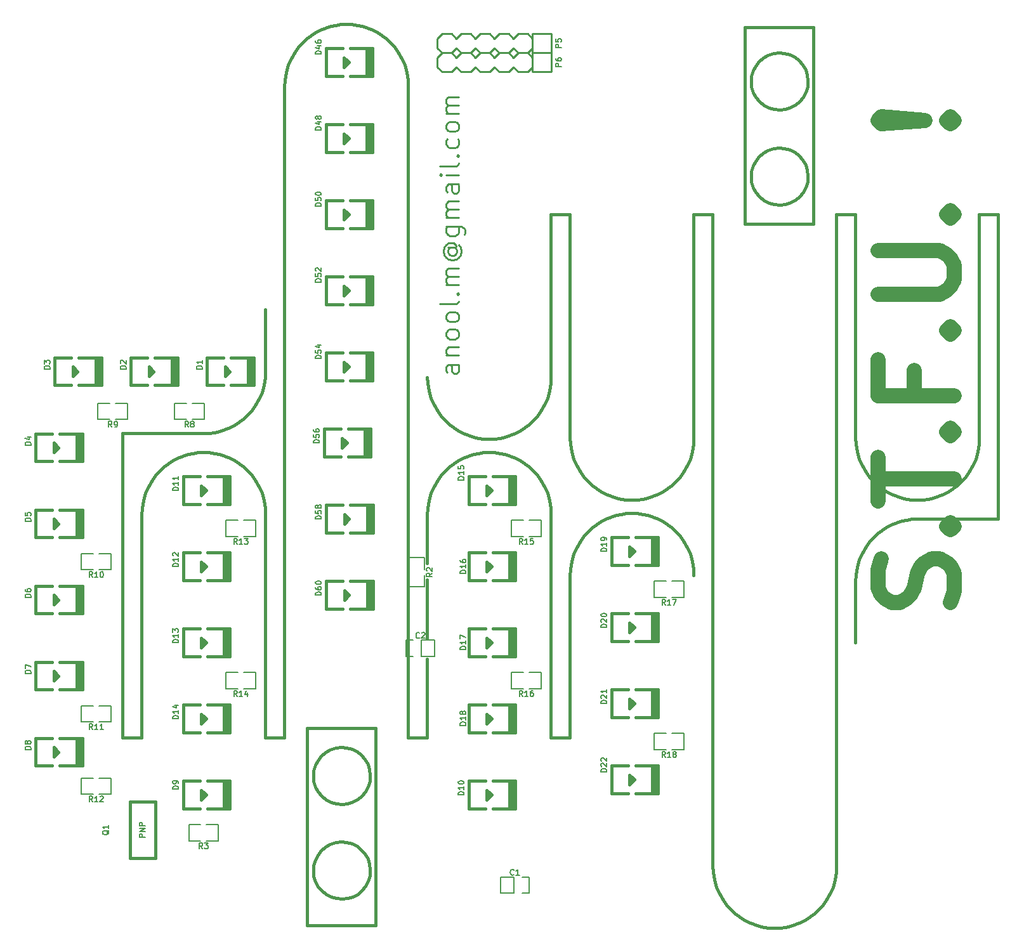
<source format=gto>
G04 (created by PCBNEW-RS274X (2011-12-28 BZR 3254)-stable) date 7/17/2012 5:32:20 PM*
G01*
G70*
G90*
%MOIN*%
G04 Gerber Fmt 3.4, Leading zero omitted, Abs format*
%FSLAX34Y34*%
G04 APERTURE LIST*
%ADD10C,0.006000*%
%ADD11C,0.010000*%
%ADD12C,0.080000*%
%ADD13C,0.015000*%
%ADD14C,0.005000*%
G04 APERTURE END LIST*
G54D10*
G54D11*
X39655Y-30384D02*
X39131Y-30384D01*
X39036Y-30432D01*
X38988Y-30527D01*
X38988Y-30718D01*
X39036Y-30813D01*
X39607Y-30384D02*
X39655Y-30480D01*
X39655Y-30718D01*
X39607Y-30813D01*
X39512Y-30861D01*
X39417Y-30861D01*
X39321Y-30813D01*
X39274Y-30718D01*
X39274Y-30480D01*
X39226Y-30384D01*
X38988Y-29908D02*
X39655Y-29908D01*
X39083Y-29908D02*
X39036Y-29860D01*
X38988Y-29765D01*
X38988Y-29622D01*
X39036Y-29527D01*
X39131Y-29479D01*
X39655Y-29479D01*
X39655Y-28860D02*
X39607Y-28955D01*
X39560Y-29003D01*
X39464Y-29051D01*
X39179Y-29051D01*
X39083Y-29003D01*
X39036Y-28955D01*
X38988Y-28860D01*
X38988Y-28717D01*
X39036Y-28622D01*
X39083Y-28574D01*
X39179Y-28527D01*
X39464Y-28527D01*
X39560Y-28574D01*
X39607Y-28622D01*
X39655Y-28717D01*
X39655Y-28860D01*
X39655Y-27955D02*
X39607Y-28050D01*
X39560Y-28098D01*
X39464Y-28146D01*
X39179Y-28146D01*
X39083Y-28098D01*
X39036Y-28050D01*
X38988Y-27955D01*
X38988Y-27812D01*
X39036Y-27717D01*
X39083Y-27669D01*
X39179Y-27622D01*
X39464Y-27622D01*
X39560Y-27669D01*
X39607Y-27717D01*
X39655Y-27812D01*
X39655Y-27955D01*
X39655Y-27050D02*
X39607Y-27145D01*
X39512Y-27193D01*
X38655Y-27193D01*
X39560Y-26669D02*
X39607Y-26621D01*
X39655Y-26669D01*
X39607Y-26717D01*
X39560Y-26669D01*
X39655Y-26669D01*
X39655Y-26193D02*
X38988Y-26193D01*
X39083Y-26193D02*
X39036Y-26145D01*
X38988Y-26050D01*
X38988Y-25907D01*
X39036Y-25812D01*
X39131Y-25764D01*
X39655Y-25764D01*
X39131Y-25764D02*
X39036Y-25717D01*
X38988Y-25621D01*
X38988Y-25479D01*
X39036Y-25383D01*
X39131Y-25336D01*
X39655Y-25336D01*
X39179Y-24241D02*
X39131Y-24288D01*
X39083Y-24384D01*
X39083Y-24479D01*
X39131Y-24574D01*
X39179Y-24622D01*
X39274Y-24669D01*
X39369Y-24669D01*
X39464Y-24622D01*
X39512Y-24574D01*
X39560Y-24479D01*
X39560Y-24384D01*
X39512Y-24288D01*
X39464Y-24241D01*
X39083Y-24241D02*
X39464Y-24241D01*
X39512Y-24193D01*
X39512Y-24146D01*
X39464Y-24050D01*
X39369Y-24003D01*
X39131Y-24003D01*
X38988Y-24098D01*
X38893Y-24241D01*
X38845Y-24431D01*
X38893Y-24622D01*
X38988Y-24765D01*
X39131Y-24860D01*
X39321Y-24908D01*
X39512Y-24860D01*
X39655Y-24765D01*
X39750Y-24622D01*
X39798Y-24431D01*
X39750Y-24241D01*
X39655Y-24098D01*
X38988Y-23145D02*
X39798Y-23145D01*
X39893Y-23193D01*
X39940Y-23241D01*
X39988Y-23336D01*
X39988Y-23479D01*
X39940Y-23574D01*
X39607Y-23145D02*
X39655Y-23241D01*
X39655Y-23431D01*
X39607Y-23526D01*
X39560Y-23574D01*
X39464Y-23622D01*
X39179Y-23622D01*
X39083Y-23574D01*
X39036Y-23526D01*
X38988Y-23431D01*
X38988Y-23241D01*
X39036Y-23145D01*
X39655Y-22669D02*
X38988Y-22669D01*
X39083Y-22669D02*
X39036Y-22621D01*
X38988Y-22526D01*
X38988Y-22383D01*
X39036Y-22288D01*
X39131Y-22240D01*
X39655Y-22240D01*
X39131Y-22240D02*
X39036Y-22193D01*
X38988Y-22097D01*
X38988Y-21955D01*
X39036Y-21859D01*
X39131Y-21812D01*
X39655Y-21812D01*
X39655Y-20907D02*
X39131Y-20907D01*
X39036Y-20955D01*
X38988Y-21050D01*
X38988Y-21241D01*
X39036Y-21336D01*
X39607Y-20907D02*
X39655Y-21003D01*
X39655Y-21241D01*
X39607Y-21336D01*
X39512Y-21384D01*
X39417Y-21384D01*
X39321Y-21336D01*
X39274Y-21241D01*
X39274Y-21003D01*
X39226Y-20907D01*
X39655Y-20431D02*
X38988Y-20431D01*
X38655Y-20431D02*
X38702Y-20479D01*
X38750Y-20431D01*
X38702Y-20383D01*
X38655Y-20431D01*
X38750Y-20431D01*
X39655Y-19812D02*
X39607Y-19907D01*
X39512Y-19955D01*
X38655Y-19955D01*
X39560Y-19431D02*
X39607Y-19383D01*
X39655Y-19431D01*
X39607Y-19479D01*
X39560Y-19431D01*
X39655Y-19431D01*
X39607Y-18526D02*
X39655Y-18622D01*
X39655Y-18812D01*
X39607Y-18907D01*
X39560Y-18955D01*
X39464Y-19003D01*
X39179Y-19003D01*
X39083Y-18955D01*
X39036Y-18907D01*
X38988Y-18812D01*
X38988Y-18622D01*
X39036Y-18526D01*
X39655Y-17955D02*
X39607Y-18050D01*
X39560Y-18098D01*
X39464Y-18146D01*
X39179Y-18146D01*
X39083Y-18098D01*
X39036Y-18050D01*
X38988Y-17955D01*
X38988Y-17812D01*
X39036Y-17717D01*
X39083Y-17669D01*
X39179Y-17622D01*
X39464Y-17622D01*
X39560Y-17669D01*
X39607Y-17717D01*
X39655Y-17812D01*
X39655Y-17955D01*
X39655Y-17193D02*
X38988Y-17193D01*
X39083Y-17193D02*
X39036Y-17145D01*
X38988Y-17050D01*
X38988Y-16907D01*
X39036Y-16812D01*
X39131Y-16764D01*
X39655Y-16764D01*
X39131Y-16764D02*
X39036Y-16717D01*
X38988Y-16621D01*
X38988Y-16479D01*
X39036Y-16383D01*
X39131Y-16336D01*
X39655Y-16336D01*
G54D12*
X65479Y-42888D02*
X65669Y-42317D01*
X65669Y-41364D01*
X65479Y-40983D01*
X65288Y-40793D01*
X64907Y-40602D01*
X64526Y-40602D01*
X64145Y-40793D01*
X63955Y-40983D01*
X63764Y-41364D01*
X63574Y-42126D01*
X63383Y-42507D01*
X63193Y-42698D01*
X62812Y-42888D01*
X62431Y-42888D01*
X62050Y-42698D01*
X61860Y-42507D01*
X61669Y-42126D01*
X61669Y-41174D01*
X61860Y-40602D01*
X65288Y-38888D02*
X65479Y-38697D01*
X65669Y-38888D01*
X65479Y-39078D01*
X65288Y-38888D01*
X65669Y-38888D01*
X61669Y-37554D02*
X61669Y-35268D01*
X65669Y-36411D02*
X61669Y-36411D01*
X65288Y-33935D02*
X65479Y-33744D01*
X65669Y-33935D01*
X65479Y-34125D01*
X65288Y-33935D01*
X65669Y-33935D01*
X63574Y-30696D02*
X63574Y-32030D01*
X65669Y-32030D02*
X61669Y-32030D01*
X61669Y-30125D01*
X65288Y-28601D02*
X65479Y-28410D01*
X65669Y-28601D01*
X65479Y-28791D01*
X65288Y-28601D01*
X65669Y-28601D01*
X61669Y-26696D02*
X64907Y-26696D01*
X65288Y-26505D01*
X65479Y-26315D01*
X65669Y-25934D01*
X65669Y-25172D01*
X65479Y-24791D01*
X65288Y-24600D01*
X64907Y-24410D01*
X61669Y-24410D01*
X65288Y-22506D02*
X65479Y-22315D01*
X65669Y-22506D01*
X65479Y-22696D01*
X65288Y-22506D01*
X65669Y-22506D01*
X65288Y-17553D02*
X65479Y-17362D01*
X65669Y-17553D01*
X65479Y-17743D01*
X65288Y-17553D01*
X65669Y-17553D01*
X64145Y-17553D02*
X61860Y-17743D01*
X61669Y-17553D01*
X61860Y-17362D01*
X64145Y-17553D01*
X61669Y-17553D01*
G54D13*
X58000Y-20500D02*
X57971Y-20791D01*
X57886Y-21071D01*
X57749Y-21330D01*
X57564Y-21556D01*
X57338Y-21743D01*
X57081Y-21882D01*
X56801Y-21969D01*
X56510Y-21999D01*
X56219Y-21973D01*
X55939Y-21890D01*
X55679Y-21755D01*
X55451Y-21571D01*
X55263Y-21347D01*
X55122Y-21090D01*
X55033Y-20811D01*
X55001Y-20520D01*
X55025Y-20230D01*
X55106Y-19948D01*
X55240Y-19688D01*
X55421Y-19459D01*
X55644Y-19269D01*
X55900Y-19126D01*
X56178Y-19035D01*
X56469Y-19001D01*
X56760Y-19023D01*
X57042Y-19102D01*
X57303Y-19234D01*
X57534Y-19414D01*
X57725Y-19636D01*
X57870Y-19890D01*
X57962Y-20168D01*
X57999Y-20459D01*
X58000Y-20500D01*
X58000Y-15500D02*
X57971Y-15791D01*
X57886Y-16071D01*
X57749Y-16330D01*
X57564Y-16556D01*
X57338Y-16743D01*
X57081Y-16882D01*
X56801Y-16969D01*
X56510Y-16999D01*
X56219Y-16973D01*
X55939Y-16890D01*
X55679Y-16755D01*
X55451Y-16571D01*
X55263Y-16347D01*
X55122Y-16090D01*
X55033Y-15811D01*
X55001Y-15520D01*
X55025Y-15230D01*
X55106Y-14948D01*
X55240Y-14688D01*
X55421Y-14459D01*
X55644Y-14269D01*
X55900Y-14126D01*
X56178Y-14035D01*
X56469Y-14001D01*
X56760Y-14023D01*
X57042Y-14102D01*
X57303Y-14234D01*
X57534Y-14414D01*
X57725Y-14636D01*
X57870Y-14890D01*
X57962Y-15168D01*
X57999Y-15459D01*
X58000Y-15500D01*
X35000Y-56975D02*
X34971Y-57266D01*
X34886Y-57546D01*
X34749Y-57805D01*
X34564Y-58031D01*
X34338Y-58218D01*
X34081Y-58357D01*
X33801Y-58444D01*
X33510Y-58474D01*
X33219Y-58448D01*
X32939Y-58365D01*
X32679Y-58230D01*
X32451Y-58046D01*
X32263Y-57822D01*
X32122Y-57565D01*
X32033Y-57286D01*
X32001Y-56995D01*
X32025Y-56705D01*
X32106Y-56423D01*
X32240Y-56163D01*
X32421Y-55934D01*
X32644Y-55744D01*
X32900Y-55601D01*
X33178Y-55510D01*
X33469Y-55476D01*
X33760Y-55498D01*
X34042Y-55577D01*
X34303Y-55709D01*
X34534Y-55889D01*
X34725Y-56111D01*
X34870Y-56365D01*
X34962Y-56643D01*
X34999Y-56934D01*
X35000Y-56975D01*
X35000Y-52000D02*
X34971Y-52291D01*
X34886Y-52571D01*
X34749Y-52830D01*
X34564Y-53056D01*
X34338Y-53243D01*
X34081Y-53382D01*
X33801Y-53469D01*
X33510Y-53499D01*
X33219Y-53473D01*
X32939Y-53390D01*
X32679Y-53255D01*
X32451Y-53071D01*
X32263Y-52847D01*
X32122Y-52590D01*
X32033Y-52311D01*
X32001Y-52020D01*
X32025Y-51730D01*
X32106Y-51448D01*
X32240Y-51188D01*
X32421Y-50959D01*
X32644Y-50769D01*
X32900Y-50626D01*
X33178Y-50535D01*
X33469Y-50501D01*
X33760Y-50523D01*
X34042Y-50602D01*
X34303Y-50734D01*
X34534Y-50914D01*
X34725Y-51136D01*
X34870Y-51390D01*
X34962Y-51668D01*
X34999Y-51959D01*
X35000Y-52000D01*
X54700Y-12650D02*
X56500Y-12650D01*
X54700Y-23000D02*
X54700Y-12650D01*
X58300Y-23000D02*
X54700Y-23000D01*
X58300Y-12650D02*
X58300Y-23000D01*
X56500Y-12650D02*
X58300Y-12650D01*
X31700Y-59850D02*
X33500Y-59850D01*
X31700Y-57000D02*
X31700Y-59850D01*
X31700Y-52000D02*
X31700Y-57000D01*
X31700Y-49500D02*
X31700Y-52000D01*
X33500Y-49500D02*
X31700Y-49500D01*
X35300Y-59850D02*
X33500Y-59850D01*
X35300Y-49500D02*
X35300Y-59850D01*
X33500Y-49500D02*
X35300Y-49500D01*
X60500Y-41750D02*
X60500Y-45000D01*
X68000Y-38500D02*
X63750Y-38500D01*
X68000Y-22500D02*
X68000Y-38500D01*
X67000Y-34250D02*
X67000Y-22500D01*
X60500Y-22500D02*
X60500Y-34250D01*
X59500Y-56750D02*
X59500Y-22500D01*
X53000Y-22500D02*
X53000Y-56750D01*
X52000Y-34250D02*
X52000Y-22500D01*
X45500Y-22500D02*
X45500Y-34250D01*
X44500Y-31050D02*
X44500Y-22500D01*
X63750Y-38500D02*
X63467Y-38513D01*
X63186Y-38550D01*
X62909Y-38611D01*
X62639Y-38696D01*
X62377Y-38805D01*
X62126Y-38936D01*
X61886Y-39088D01*
X61661Y-39261D01*
X61452Y-39452D01*
X61261Y-39661D01*
X61088Y-39886D01*
X60936Y-40126D01*
X60805Y-40377D01*
X60696Y-40639D01*
X60611Y-40909D01*
X60550Y-41186D01*
X60513Y-41467D01*
X60500Y-41750D01*
X63750Y-37500D02*
X64033Y-37487D01*
X64314Y-37450D01*
X64591Y-37389D01*
X64861Y-37304D01*
X65123Y-37195D01*
X65375Y-37064D01*
X65614Y-36912D01*
X65839Y-36739D01*
X66048Y-36548D01*
X66239Y-36339D01*
X66412Y-36114D01*
X66564Y-35874D01*
X66695Y-35623D01*
X66804Y-35361D01*
X66889Y-35091D01*
X66950Y-34814D01*
X66987Y-34533D01*
X67000Y-34250D01*
X60500Y-34250D02*
X60513Y-34533D01*
X60550Y-34814D01*
X60611Y-35091D01*
X60696Y-35361D01*
X60805Y-35623D01*
X60936Y-35874D01*
X61088Y-36114D01*
X61261Y-36339D01*
X61452Y-36548D01*
X61661Y-36739D01*
X61886Y-36912D01*
X62126Y-37064D01*
X62377Y-37195D01*
X62639Y-37304D01*
X62909Y-37389D01*
X63186Y-37450D01*
X63467Y-37487D01*
X63750Y-37500D01*
X53000Y-56750D02*
X53013Y-57033D01*
X53050Y-57314D01*
X53111Y-57591D01*
X53196Y-57861D01*
X53305Y-58123D01*
X53436Y-58374D01*
X53588Y-58614D01*
X53761Y-58839D01*
X53952Y-59048D01*
X54161Y-59239D01*
X54386Y-59412D01*
X54626Y-59564D01*
X54877Y-59695D01*
X55139Y-59804D01*
X55409Y-59889D01*
X55686Y-59950D01*
X55967Y-59987D01*
X56250Y-60000D01*
X56250Y-60000D02*
X56533Y-59987D01*
X56814Y-59950D01*
X57091Y-59889D01*
X57361Y-59804D01*
X57623Y-59695D01*
X57875Y-59564D01*
X58114Y-59412D01*
X58339Y-59239D01*
X58548Y-59048D01*
X58739Y-58839D01*
X58912Y-58614D01*
X59064Y-58374D01*
X59195Y-58123D01*
X59304Y-57861D01*
X59389Y-57591D01*
X59450Y-57314D01*
X59487Y-57033D01*
X59500Y-56750D01*
X45500Y-34250D02*
X45513Y-34533D01*
X45550Y-34814D01*
X45611Y-35091D01*
X45696Y-35361D01*
X45805Y-35623D01*
X45936Y-35874D01*
X46088Y-36114D01*
X46261Y-36339D01*
X46452Y-36548D01*
X46661Y-36739D01*
X46886Y-36912D01*
X47126Y-37064D01*
X47377Y-37195D01*
X47639Y-37304D01*
X47909Y-37389D01*
X48186Y-37450D01*
X48467Y-37487D01*
X48750Y-37500D01*
X48750Y-37500D02*
X49033Y-37487D01*
X49314Y-37450D01*
X49591Y-37389D01*
X49861Y-37304D01*
X50123Y-37195D01*
X50375Y-37064D01*
X50614Y-36912D01*
X50839Y-36739D01*
X51048Y-36548D01*
X51239Y-36339D01*
X51412Y-36114D01*
X51564Y-35874D01*
X51695Y-35623D01*
X51804Y-35361D01*
X51889Y-35091D01*
X51950Y-34814D01*
X51987Y-34533D01*
X52000Y-34250D01*
X38000Y-31050D02*
X38013Y-31333D01*
X38050Y-31614D01*
X38111Y-31891D01*
X38196Y-32161D01*
X38305Y-32423D01*
X38436Y-32674D01*
X38588Y-32914D01*
X38761Y-33139D01*
X38952Y-33348D01*
X39161Y-33539D01*
X39386Y-33712D01*
X39626Y-33864D01*
X39877Y-33995D01*
X40139Y-34104D01*
X40409Y-34189D01*
X40686Y-34250D01*
X40967Y-34287D01*
X41250Y-34300D01*
X41250Y-34300D02*
X41533Y-34287D01*
X41814Y-34250D01*
X42091Y-34189D01*
X42361Y-34104D01*
X42623Y-33995D01*
X42875Y-33864D01*
X43114Y-33712D01*
X43339Y-33539D01*
X43548Y-33348D01*
X43739Y-33139D01*
X43912Y-32914D01*
X44064Y-32674D01*
X44195Y-32423D01*
X44304Y-32161D01*
X44389Y-31891D01*
X44450Y-31614D01*
X44487Y-31333D01*
X44500Y-31050D01*
X67000Y-22500D02*
X68000Y-22500D01*
X59500Y-22500D02*
X60500Y-22500D01*
X52000Y-22500D02*
X53000Y-22500D01*
X44500Y-22500D02*
X45500Y-22500D01*
X45500Y-50000D02*
X45500Y-41450D01*
X44500Y-50000D02*
X44500Y-38250D01*
X38000Y-40825D02*
X38000Y-38250D01*
X38000Y-44775D02*
X38000Y-41700D01*
X38000Y-50000D02*
X38000Y-45850D01*
X37000Y-50000D02*
X37000Y-15750D01*
X30500Y-50000D02*
X30500Y-15750D01*
X29500Y-38250D02*
X29500Y-50000D01*
X22000Y-34000D02*
X26250Y-34000D01*
X22000Y-50000D02*
X22000Y-34000D01*
X23000Y-50000D02*
X23000Y-38250D01*
X29500Y-30750D02*
X29500Y-27500D01*
X26250Y-34000D02*
X26533Y-33987D01*
X26814Y-33950D01*
X27091Y-33889D01*
X27361Y-33804D01*
X27623Y-33695D01*
X27875Y-33564D01*
X28114Y-33412D01*
X28339Y-33239D01*
X28548Y-33048D01*
X28739Y-32839D01*
X28912Y-32614D01*
X29064Y-32374D01*
X29195Y-32123D01*
X29304Y-31861D01*
X29389Y-31591D01*
X29450Y-31314D01*
X29487Y-31033D01*
X29500Y-30750D01*
X26250Y-35000D02*
X25967Y-35013D01*
X25686Y-35050D01*
X25409Y-35111D01*
X25139Y-35196D01*
X24877Y-35305D01*
X24626Y-35436D01*
X24386Y-35588D01*
X24161Y-35761D01*
X23952Y-35952D01*
X23761Y-36161D01*
X23588Y-36386D01*
X23436Y-36626D01*
X23305Y-36877D01*
X23196Y-37139D01*
X23111Y-37409D01*
X23050Y-37686D01*
X23013Y-37967D01*
X23000Y-38250D01*
X29500Y-38250D02*
X29487Y-37967D01*
X29450Y-37686D01*
X29389Y-37409D01*
X29304Y-37139D01*
X29195Y-36877D01*
X29064Y-36626D01*
X28912Y-36386D01*
X28739Y-36161D01*
X28548Y-35952D01*
X28339Y-35761D01*
X28114Y-35588D01*
X27875Y-35436D01*
X27623Y-35305D01*
X27361Y-35196D01*
X27091Y-35111D01*
X26814Y-35050D01*
X26533Y-35013D01*
X26250Y-35000D01*
X33750Y-12500D02*
X33467Y-12513D01*
X33186Y-12550D01*
X32909Y-12611D01*
X32639Y-12696D01*
X32377Y-12805D01*
X32126Y-12936D01*
X31886Y-13088D01*
X31661Y-13261D01*
X31452Y-13452D01*
X31261Y-13661D01*
X31088Y-13886D01*
X30936Y-14126D01*
X30805Y-14377D01*
X30696Y-14639D01*
X30611Y-14909D01*
X30550Y-15186D01*
X30513Y-15467D01*
X30500Y-15750D01*
X37000Y-15750D02*
X36987Y-15467D01*
X36950Y-15186D01*
X36889Y-14909D01*
X36804Y-14639D01*
X36695Y-14377D01*
X36564Y-14126D01*
X36412Y-13886D01*
X36239Y-13661D01*
X36048Y-13452D01*
X35839Y-13261D01*
X35614Y-13088D01*
X35375Y-12936D01*
X35123Y-12805D01*
X34861Y-12696D01*
X34591Y-12611D01*
X34314Y-12550D01*
X34033Y-12513D01*
X33750Y-12500D01*
X41250Y-35000D02*
X40967Y-35013D01*
X40686Y-35050D01*
X40409Y-35111D01*
X40139Y-35196D01*
X39877Y-35305D01*
X39626Y-35436D01*
X39386Y-35588D01*
X39161Y-35761D01*
X38952Y-35952D01*
X38761Y-36161D01*
X38588Y-36386D01*
X38436Y-36626D01*
X38305Y-36877D01*
X38196Y-37139D01*
X38111Y-37409D01*
X38050Y-37686D01*
X38013Y-37967D01*
X38000Y-38250D01*
X44500Y-38250D02*
X44487Y-37967D01*
X44450Y-37686D01*
X44389Y-37409D01*
X44304Y-37139D01*
X44195Y-36877D01*
X44064Y-36626D01*
X43912Y-36386D01*
X43739Y-36161D01*
X43548Y-35952D01*
X43339Y-35761D01*
X43114Y-35588D01*
X42875Y-35436D01*
X42623Y-35305D01*
X42361Y-35196D01*
X42091Y-35111D01*
X41814Y-35050D01*
X41533Y-35013D01*
X41250Y-35000D01*
X48750Y-38200D02*
X48467Y-38213D01*
X48186Y-38250D01*
X47909Y-38311D01*
X47639Y-38396D01*
X47377Y-38505D01*
X47126Y-38636D01*
X46886Y-38788D01*
X46661Y-38961D01*
X46452Y-39152D01*
X46261Y-39361D01*
X46088Y-39586D01*
X45936Y-39826D01*
X45805Y-40077D01*
X45696Y-40339D01*
X45611Y-40609D01*
X45550Y-40886D01*
X45513Y-41167D01*
X45500Y-41450D01*
X52000Y-41450D02*
X51987Y-41167D01*
X51950Y-40886D01*
X51889Y-40609D01*
X51804Y-40339D01*
X51695Y-40077D01*
X51564Y-39826D01*
X51412Y-39586D01*
X51239Y-39361D01*
X51048Y-39152D01*
X50839Y-38961D01*
X50614Y-38788D01*
X50375Y-38636D01*
X50123Y-38505D01*
X49861Y-38396D01*
X49591Y-38311D01*
X49314Y-38250D01*
X49033Y-38213D01*
X48750Y-38200D01*
X22000Y-50000D02*
X23000Y-50000D01*
X29500Y-50000D02*
X30500Y-50000D01*
X37000Y-50000D02*
X38000Y-50000D01*
X44500Y-50000D02*
X45500Y-50000D01*
G54D10*
X28050Y-38575D02*
X27425Y-38575D01*
X27425Y-38575D02*
X27425Y-39425D01*
X27425Y-39425D02*
X28050Y-39425D01*
X28350Y-39425D02*
X28950Y-39425D01*
X28950Y-39425D02*
X28975Y-39425D01*
X28975Y-39425D02*
X28975Y-38575D01*
X28975Y-38575D02*
X28350Y-38575D01*
X20750Y-52975D02*
X21375Y-52975D01*
X21375Y-52975D02*
X21375Y-52125D01*
X21375Y-52125D02*
X20750Y-52125D01*
X20450Y-52125D02*
X19850Y-52125D01*
X19850Y-52125D02*
X19825Y-52125D01*
X19825Y-52125D02*
X19825Y-52975D01*
X19825Y-52975D02*
X20450Y-52975D01*
X20450Y-40325D02*
X19825Y-40325D01*
X19825Y-40325D02*
X19825Y-41175D01*
X19825Y-41175D02*
X20450Y-41175D01*
X20750Y-41175D02*
X21350Y-41175D01*
X21350Y-41175D02*
X21375Y-41175D01*
X21375Y-41175D02*
X21375Y-40325D01*
X21375Y-40325D02*
X20750Y-40325D01*
X20450Y-48325D02*
X19825Y-48325D01*
X19825Y-48325D02*
X19825Y-49175D01*
X19825Y-49175D02*
X20450Y-49175D01*
X20750Y-49175D02*
X21350Y-49175D01*
X21350Y-49175D02*
X21375Y-49175D01*
X21375Y-49175D02*
X21375Y-48325D01*
X21375Y-48325D02*
X20750Y-48325D01*
X28050Y-46575D02*
X27425Y-46575D01*
X27425Y-46575D02*
X27425Y-47425D01*
X27425Y-47425D02*
X28050Y-47425D01*
X28350Y-47425D02*
X28950Y-47425D01*
X28950Y-47425D02*
X28975Y-47425D01*
X28975Y-47425D02*
X28975Y-46575D01*
X28975Y-46575D02*
X28350Y-46575D01*
X43050Y-38575D02*
X42425Y-38575D01*
X42425Y-38575D02*
X42425Y-39425D01*
X42425Y-39425D02*
X43050Y-39425D01*
X43350Y-39425D02*
X43950Y-39425D01*
X43950Y-39425D02*
X43975Y-39425D01*
X43975Y-39425D02*
X43975Y-38575D01*
X43975Y-38575D02*
X43350Y-38575D01*
X43050Y-46575D02*
X42425Y-46575D01*
X42425Y-46575D02*
X42425Y-47425D01*
X42425Y-47425D02*
X43050Y-47425D01*
X43350Y-47425D02*
X43950Y-47425D01*
X43950Y-47425D02*
X43975Y-47425D01*
X43975Y-47425D02*
X43975Y-46575D01*
X43975Y-46575D02*
X43350Y-46575D01*
X50550Y-41775D02*
X49925Y-41775D01*
X49925Y-41775D02*
X49925Y-42625D01*
X49925Y-42625D02*
X50550Y-42625D01*
X50850Y-42625D02*
X51450Y-42625D01*
X51450Y-42625D02*
X51475Y-42625D01*
X51475Y-42625D02*
X51475Y-41775D01*
X51475Y-41775D02*
X50850Y-41775D01*
X21325Y-32425D02*
X20700Y-32425D01*
X20700Y-32425D02*
X20700Y-33275D01*
X20700Y-33275D02*
X21325Y-33275D01*
X21625Y-33275D02*
X22225Y-33275D01*
X22225Y-33275D02*
X22250Y-33275D01*
X22250Y-33275D02*
X22250Y-32425D01*
X22250Y-32425D02*
X21625Y-32425D01*
X25650Y-33275D02*
X26275Y-33275D01*
X26275Y-33275D02*
X26275Y-32425D01*
X26275Y-32425D02*
X25650Y-32425D01*
X25350Y-32425D02*
X24750Y-32425D01*
X24750Y-32425D02*
X24725Y-32425D01*
X24725Y-32425D02*
X24725Y-33275D01*
X24725Y-33275D02*
X25350Y-33275D01*
X26100Y-54575D02*
X25475Y-54575D01*
X25475Y-54575D02*
X25475Y-55425D01*
X25475Y-55425D02*
X26100Y-55425D01*
X26400Y-55425D02*
X27000Y-55425D01*
X27000Y-55425D02*
X27025Y-55425D01*
X27025Y-55425D02*
X27025Y-54575D01*
X27025Y-54575D02*
X26400Y-54575D01*
X37015Y-41450D02*
X37015Y-42075D01*
X37015Y-42075D02*
X37865Y-42075D01*
X37865Y-42075D02*
X37865Y-41450D01*
X37865Y-41150D02*
X37865Y-40550D01*
X37865Y-40550D02*
X37865Y-40525D01*
X37865Y-40525D02*
X37015Y-40525D01*
X37015Y-40525D02*
X37015Y-41150D01*
X50550Y-49775D02*
X49925Y-49775D01*
X49925Y-49775D02*
X49925Y-50625D01*
X49925Y-50625D02*
X50550Y-50625D01*
X50850Y-50625D02*
X51450Y-50625D01*
X51450Y-50625D02*
X51475Y-50625D01*
X51475Y-50625D02*
X51475Y-49775D01*
X51475Y-49775D02*
X50850Y-49775D01*
X41850Y-57325D02*
X42550Y-57325D01*
X41850Y-58175D02*
X42550Y-58175D01*
X43000Y-57325D02*
X43350Y-57325D01*
X43350Y-58175D02*
X43000Y-58175D01*
X42550Y-58175D02*
X42550Y-57325D01*
X41850Y-58175D02*
X41850Y-57325D01*
X43350Y-58175D02*
X43350Y-57325D01*
X38390Y-45725D02*
X37690Y-45725D01*
X38390Y-44875D02*
X37690Y-44875D01*
X37240Y-45725D02*
X36890Y-45725D01*
X36890Y-44875D02*
X37240Y-44875D01*
X37690Y-44875D02*
X37690Y-45725D01*
X38390Y-44875D02*
X38390Y-45725D01*
X36890Y-44875D02*
X36890Y-45725D01*
G54D11*
X38525Y-14750D02*
X38525Y-14250D01*
X43525Y-14750D02*
X43525Y-14250D01*
X43525Y-14750D02*
X43275Y-15000D01*
X43275Y-15000D02*
X42775Y-15000D01*
X42775Y-15000D02*
X42525Y-14750D01*
X42525Y-14750D02*
X42275Y-15000D01*
X42275Y-15000D02*
X41775Y-15000D01*
X41775Y-15000D02*
X41525Y-14750D01*
X41525Y-14750D02*
X41275Y-15000D01*
X41275Y-15000D02*
X40775Y-15000D01*
X40775Y-15000D02*
X40525Y-14750D01*
X40525Y-14750D02*
X40275Y-15000D01*
X40275Y-15000D02*
X39775Y-15000D01*
X39775Y-15000D02*
X39525Y-14750D01*
X39525Y-14750D02*
X39275Y-15000D01*
X39275Y-15000D02*
X38775Y-15000D01*
X38775Y-15000D02*
X38525Y-14750D01*
X38525Y-14250D02*
X38775Y-14000D01*
X38775Y-14000D02*
X39275Y-14000D01*
X39275Y-14000D02*
X39525Y-14250D01*
X39525Y-14250D02*
X39775Y-14000D01*
X39775Y-14000D02*
X40275Y-14000D01*
X40275Y-14000D02*
X40525Y-14250D01*
X40525Y-14250D02*
X40775Y-14000D01*
X40775Y-14000D02*
X41275Y-14000D01*
X41275Y-14000D02*
X41525Y-14250D01*
X41525Y-14250D02*
X41775Y-14000D01*
X41775Y-14000D02*
X42275Y-14000D01*
X42275Y-14000D02*
X42525Y-14250D01*
X42525Y-14250D02*
X42775Y-14000D01*
X42775Y-14000D02*
X43275Y-14000D01*
X43275Y-14000D02*
X43525Y-14250D01*
X43525Y-14250D02*
X43525Y-14000D01*
X43525Y-14000D02*
X44525Y-14000D01*
X44525Y-14000D02*
X44525Y-14975D01*
X44525Y-14975D02*
X44525Y-15000D01*
X44525Y-15000D02*
X43525Y-15000D01*
X43525Y-15000D02*
X43525Y-14750D01*
X38525Y-13750D02*
X38525Y-13250D01*
X43525Y-13750D02*
X43525Y-13250D01*
X43525Y-13750D02*
X43275Y-14000D01*
X43275Y-14000D02*
X42775Y-14000D01*
X42775Y-14000D02*
X42525Y-13750D01*
X42525Y-13750D02*
X42275Y-14000D01*
X42275Y-14000D02*
X41775Y-14000D01*
X41775Y-14000D02*
X41525Y-13750D01*
X41525Y-13750D02*
X41275Y-14000D01*
X41275Y-14000D02*
X40775Y-14000D01*
X40775Y-14000D02*
X40525Y-13750D01*
X40525Y-13750D02*
X40275Y-14000D01*
X40275Y-14000D02*
X39775Y-14000D01*
X39775Y-14000D02*
X39525Y-13750D01*
X39525Y-13750D02*
X39275Y-14000D01*
X39275Y-14000D02*
X38775Y-14000D01*
X38775Y-14000D02*
X38525Y-13750D01*
X38525Y-13250D02*
X38775Y-13000D01*
X38775Y-13000D02*
X39275Y-13000D01*
X39275Y-13000D02*
X39525Y-13250D01*
X39525Y-13250D02*
X39775Y-13000D01*
X39775Y-13000D02*
X40275Y-13000D01*
X40275Y-13000D02*
X40525Y-13250D01*
X40525Y-13250D02*
X40775Y-13000D01*
X40775Y-13000D02*
X41275Y-13000D01*
X41275Y-13000D02*
X41525Y-13250D01*
X41525Y-13250D02*
X41775Y-13000D01*
X41775Y-13000D02*
X42275Y-13000D01*
X42275Y-13000D02*
X42525Y-13250D01*
X42525Y-13250D02*
X42775Y-13000D01*
X42775Y-13000D02*
X43275Y-13000D01*
X43275Y-13000D02*
X43525Y-13250D01*
X43525Y-13250D02*
X43525Y-13000D01*
X43525Y-13000D02*
X44525Y-13000D01*
X44525Y-13000D02*
X44525Y-13975D01*
X44525Y-13975D02*
X44525Y-14000D01*
X44525Y-14000D02*
X43525Y-14000D01*
X43525Y-14000D02*
X43525Y-13750D01*
G54D13*
X33760Y-42375D02*
X33760Y-42625D01*
X33635Y-42500D02*
X33635Y-42250D01*
X33635Y-42250D02*
X33885Y-42500D01*
X33885Y-42500D02*
X33635Y-42750D01*
X33635Y-42750D02*
X33635Y-42500D01*
X34835Y-43225D02*
X35135Y-43225D01*
X34835Y-41775D02*
X35135Y-41775D01*
X35135Y-43225D02*
X35135Y-41775D01*
X34985Y-41775D02*
X34985Y-43225D01*
X33960Y-41775D02*
X34835Y-41775D01*
X34835Y-41775D02*
X34835Y-43225D01*
X34835Y-43225D02*
X33960Y-43225D01*
X33560Y-41775D02*
X32685Y-41775D01*
X32685Y-41775D02*
X32685Y-43225D01*
X32685Y-43225D02*
X33560Y-43225D01*
X33760Y-38375D02*
X33760Y-38625D01*
X33635Y-38500D02*
X33635Y-38250D01*
X33635Y-38250D02*
X33885Y-38500D01*
X33885Y-38500D02*
X33635Y-38750D01*
X33635Y-38750D02*
X33635Y-38500D01*
X34835Y-39225D02*
X35135Y-39225D01*
X34835Y-37775D02*
X35135Y-37775D01*
X35135Y-39225D02*
X35135Y-37775D01*
X34985Y-37775D02*
X34985Y-39225D01*
X33960Y-37775D02*
X34835Y-37775D01*
X34835Y-37775D02*
X34835Y-39225D01*
X34835Y-39225D02*
X33960Y-39225D01*
X33560Y-37775D02*
X32685Y-37775D01*
X32685Y-37775D02*
X32685Y-39225D01*
X32685Y-39225D02*
X33560Y-39225D01*
X33650Y-34375D02*
X33650Y-34625D01*
X33525Y-34500D02*
X33525Y-34250D01*
X33525Y-34250D02*
X33775Y-34500D01*
X33775Y-34500D02*
X33525Y-34750D01*
X33525Y-34750D02*
X33525Y-34500D01*
X34725Y-35225D02*
X35025Y-35225D01*
X34725Y-33775D02*
X35025Y-33775D01*
X35025Y-35225D02*
X35025Y-33775D01*
X34875Y-33775D02*
X34875Y-35225D01*
X33850Y-33775D02*
X34725Y-33775D01*
X34725Y-33775D02*
X34725Y-35225D01*
X34725Y-35225D02*
X33850Y-35225D01*
X33450Y-33775D02*
X32575Y-33775D01*
X32575Y-33775D02*
X32575Y-35225D01*
X32575Y-35225D02*
X33450Y-35225D01*
X33750Y-30375D02*
X33750Y-30625D01*
X33625Y-30500D02*
X33625Y-30250D01*
X33625Y-30250D02*
X33875Y-30500D01*
X33875Y-30500D02*
X33625Y-30750D01*
X33625Y-30750D02*
X33625Y-30500D01*
X34825Y-31225D02*
X35125Y-31225D01*
X34825Y-29775D02*
X35125Y-29775D01*
X35125Y-31225D02*
X35125Y-29775D01*
X34975Y-29775D02*
X34975Y-31225D01*
X33950Y-29775D02*
X34825Y-29775D01*
X34825Y-29775D02*
X34825Y-31225D01*
X34825Y-31225D02*
X33950Y-31225D01*
X33550Y-29775D02*
X32675Y-29775D01*
X32675Y-29775D02*
X32675Y-31225D01*
X32675Y-31225D02*
X33550Y-31225D01*
X33750Y-26375D02*
X33750Y-26625D01*
X33625Y-26500D02*
X33625Y-26250D01*
X33625Y-26250D02*
X33875Y-26500D01*
X33875Y-26500D02*
X33625Y-26750D01*
X33625Y-26750D02*
X33625Y-26500D01*
X34825Y-27225D02*
X35125Y-27225D01*
X34825Y-25775D02*
X35125Y-25775D01*
X35125Y-27225D02*
X35125Y-25775D01*
X34975Y-25775D02*
X34975Y-27225D01*
X33950Y-25775D02*
X34825Y-25775D01*
X34825Y-25775D02*
X34825Y-27225D01*
X34825Y-27225D02*
X33950Y-27225D01*
X33550Y-25775D02*
X32675Y-25775D01*
X32675Y-25775D02*
X32675Y-27225D01*
X32675Y-27225D02*
X33550Y-27225D01*
X33750Y-22375D02*
X33750Y-22625D01*
X33625Y-22500D02*
X33625Y-22250D01*
X33625Y-22250D02*
X33875Y-22500D01*
X33875Y-22500D02*
X33625Y-22750D01*
X33625Y-22750D02*
X33625Y-22500D01*
X34825Y-23225D02*
X35125Y-23225D01*
X34825Y-21775D02*
X35125Y-21775D01*
X35125Y-23225D02*
X35125Y-21775D01*
X34975Y-21775D02*
X34975Y-23225D01*
X33950Y-21775D02*
X34825Y-21775D01*
X34825Y-21775D02*
X34825Y-23225D01*
X34825Y-23225D02*
X33950Y-23225D01*
X33550Y-21775D02*
X32675Y-21775D01*
X32675Y-21775D02*
X32675Y-23225D01*
X32675Y-23225D02*
X33550Y-23225D01*
X33750Y-18375D02*
X33750Y-18625D01*
X33625Y-18500D02*
X33625Y-18250D01*
X33625Y-18250D02*
X33875Y-18500D01*
X33875Y-18500D02*
X33625Y-18750D01*
X33625Y-18750D02*
X33625Y-18500D01*
X34825Y-19225D02*
X35125Y-19225D01*
X34825Y-17775D02*
X35125Y-17775D01*
X35125Y-19225D02*
X35125Y-17775D01*
X34975Y-17775D02*
X34975Y-19225D01*
X33950Y-17775D02*
X34825Y-17775D01*
X34825Y-17775D02*
X34825Y-19225D01*
X34825Y-19225D02*
X33950Y-19225D01*
X33550Y-17775D02*
X32675Y-17775D01*
X32675Y-17775D02*
X32675Y-19225D01*
X32675Y-19225D02*
X33550Y-19225D01*
X33750Y-14375D02*
X33750Y-14625D01*
X33625Y-14500D02*
X33625Y-14250D01*
X33625Y-14250D02*
X33875Y-14500D01*
X33875Y-14500D02*
X33625Y-14750D01*
X33625Y-14750D02*
X33625Y-14500D01*
X34825Y-15225D02*
X35125Y-15225D01*
X34825Y-13775D02*
X35125Y-13775D01*
X35125Y-15225D02*
X35125Y-13775D01*
X34975Y-13775D02*
X34975Y-15225D01*
X33950Y-13775D02*
X34825Y-13775D01*
X34825Y-13775D02*
X34825Y-15225D01*
X34825Y-15225D02*
X33950Y-15225D01*
X33550Y-13775D02*
X32675Y-13775D01*
X32675Y-13775D02*
X32675Y-15225D01*
X32675Y-15225D02*
X33550Y-15225D01*
X48750Y-52075D02*
X48750Y-52325D01*
X48625Y-52200D02*
X48625Y-51950D01*
X48625Y-51950D02*
X48875Y-52200D01*
X48875Y-52200D02*
X48625Y-52450D01*
X48625Y-52450D02*
X48625Y-52200D01*
X49825Y-52925D02*
X50125Y-52925D01*
X49825Y-51475D02*
X50125Y-51475D01*
X50125Y-52925D02*
X50125Y-51475D01*
X49975Y-51475D02*
X49975Y-52925D01*
X48950Y-51475D02*
X49825Y-51475D01*
X49825Y-51475D02*
X49825Y-52925D01*
X49825Y-52925D02*
X48950Y-52925D01*
X48550Y-51475D02*
X47675Y-51475D01*
X47675Y-51475D02*
X47675Y-52925D01*
X47675Y-52925D02*
X48550Y-52925D01*
X48750Y-48075D02*
X48750Y-48325D01*
X48625Y-48200D02*
X48625Y-47950D01*
X48625Y-47950D02*
X48875Y-48200D01*
X48875Y-48200D02*
X48625Y-48450D01*
X48625Y-48450D02*
X48625Y-48200D01*
X49825Y-48925D02*
X50125Y-48925D01*
X49825Y-47475D02*
X50125Y-47475D01*
X50125Y-48925D02*
X50125Y-47475D01*
X49975Y-47475D02*
X49975Y-48925D01*
X48950Y-47475D02*
X49825Y-47475D01*
X49825Y-47475D02*
X49825Y-48925D01*
X49825Y-48925D02*
X48950Y-48925D01*
X48550Y-47475D02*
X47675Y-47475D01*
X47675Y-47475D02*
X47675Y-48925D01*
X47675Y-48925D02*
X48550Y-48925D01*
X48750Y-44075D02*
X48750Y-44325D01*
X48625Y-44200D02*
X48625Y-43950D01*
X48625Y-43950D02*
X48875Y-44200D01*
X48875Y-44200D02*
X48625Y-44450D01*
X48625Y-44450D02*
X48625Y-44200D01*
X49825Y-44925D02*
X50125Y-44925D01*
X49825Y-43475D02*
X50125Y-43475D01*
X50125Y-44925D02*
X50125Y-43475D01*
X49975Y-43475D02*
X49975Y-44925D01*
X48950Y-43475D02*
X49825Y-43475D01*
X49825Y-43475D02*
X49825Y-44925D01*
X49825Y-44925D02*
X48950Y-44925D01*
X48550Y-43475D02*
X47675Y-43475D01*
X47675Y-43475D02*
X47675Y-44925D01*
X47675Y-44925D02*
X48550Y-44925D01*
X48750Y-40075D02*
X48750Y-40325D01*
X48625Y-40200D02*
X48625Y-39950D01*
X48625Y-39950D02*
X48875Y-40200D01*
X48875Y-40200D02*
X48625Y-40450D01*
X48625Y-40450D02*
X48625Y-40200D01*
X49825Y-40925D02*
X50125Y-40925D01*
X49825Y-39475D02*
X50125Y-39475D01*
X50125Y-40925D02*
X50125Y-39475D01*
X49975Y-39475D02*
X49975Y-40925D01*
X48950Y-39475D02*
X49825Y-39475D01*
X49825Y-39475D02*
X49825Y-40925D01*
X49825Y-40925D02*
X48950Y-40925D01*
X48550Y-39475D02*
X47675Y-39475D01*
X47675Y-39475D02*
X47675Y-40925D01*
X47675Y-40925D02*
X48550Y-40925D01*
X41250Y-48875D02*
X41250Y-49125D01*
X41125Y-49000D02*
X41125Y-48750D01*
X41125Y-48750D02*
X41375Y-49000D01*
X41375Y-49000D02*
X41125Y-49250D01*
X41125Y-49250D02*
X41125Y-49000D01*
X42325Y-49725D02*
X42625Y-49725D01*
X42325Y-48275D02*
X42625Y-48275D01*
X42625Y-49725D02*
X42625Y-48275D01*
X42475Y-48275D02*
X42475Y-49725D01*
X41450Y-48275D02*
X42325Y-48275D01*
X42325Y-48275D02*
X42325Y-49725D01*
X42325Y-49725D02*
X41450Y-49725D01*
X41050Y-48275D02*
X40175Y-48275D01*
X40175Y-48275D02*
X40175Y-49725D01*
X40175Y-49725D02*
X41050Y-49725D01*
X41250Y-44875D02*
X41250Y-45125D01*
X41125Y-45000D02*
X41125Y-44750D01*
X41125Y-44750D02*
X41375Y-45000D01*
X41375Y-45000D02*
X41125Y-45250D01*
X41125Y-45250D02*
X41125Y-45000D01*
X42325Y-45725D02*
X42625Y-45725D01*
X42325Y-44275D02*
X42625Y-44275D01*
X42625Y-45725D02*
X42625Y-44275D01*
X42475Y-44275D02*
X42475Y-45725D01*
X41450Y-44275D02*
X42325Y-44275D01*
X42325Y-44275D02*
X42325Y-45725D01*
X42325Y-45725D02*
X41450Y-45725D01*
X41050Y-44275D02*
X40175Y-44275D01*
X40175Y-44275D02*
X40175Y-45725D01*
X40175Y-45725D02*
X41050Y-45725D01*
X41250Y-40875D02*
X41250Y-41125D01*
X41125Y-41000D02*
X41125Y-40750D01*
X41125Y-40750D02*
X41375Y-41000D01*
X41375Y-41000D02*
X41125Y-41250D01*
X41125Y-41250D02*
X41125Y-41000D01*
X42325Y-41725D02*
X42625Y-41725D01*
X42325Y-40275D02*
X42625Y-40275D01*
X42625Y-41725D02*
X42625Y-40275D01*
X42475Y-40275D02*
X42475Y-41725D01*
X41450Y-40275D02*
X42325Y-40275D01*
X42325Y-40275D02*
X42325Y-41725D01*
X42325Y-41725D02*
X41450Y-41725D01*
X41050Y-40275D02*
X40175Y-40275D01*
X40175Y-40275D02*
X40175Y-41725D01*
X40175Y-41725D02*
X41050Y-41725D01*
X41250Y-36875D02*
X41250Y-37125D01*
X41125Y-37000D02*
X41125Y-36750D01*
X41125Y-36750D02*
X41375Y-37000D01*
X41375Y-37000D02*
X41125Y-37250D01*
X41125Y-37250D02*
X41125Y-37000D01*
X42325Y-37725D02*
X42625Y-37725D01*
X42325Y-36275D02*
X42625Y-36275D01*
X42625Y-37725D02*
X42625Y-36275D01*
X42475Y-36275D02*
X42475Y-37725D01*
X41450Y-36275D02*
X42325Y-36275D01*
X42325Y-36275D02*
X42325Y-37725D01*
X42325Y-37725D02*
X41450Y-37725D01*
X41050Y-36275D02*
X40175Y-36275D01*
X40175Y-36275D02*
X40175Y-37725D01*
X40175Y-37725D02*
X41050Y-37725D01*
X26250Y-48875D02*
X26250Y-49125D01*
X26125Y-49000D02*
X26125Y-48750D01*
X26125Y-48750D02*
X26375Y-49000D01*
X26375Y-49000D02*
X26125Y-49250D01*
X26125Y-49250D02*
X26125Y-49000D01*
X27325Y-49725D02*
X27625Y-49725D01*
X27325Y-48275D02*
X27625Y-48275D01*
X27625Y-49725D02*
X27625Y-48275D01*
X27475Y-48275D02*
X27475Y-49725D01*
X26450Y-48275D02*
X27325Y-48275D01*
X27325Y-48275D02*
X27325Y-49725D01*
X27325Y-49725D02*
X26450Y-49725D01*
X26050Y-48275D02*
X25175Y-48275D01*
X25175Y-48275D02*
X25175Y-49725D01*
X25175Y-49725D02*
X26050Y-49725D01*
X26250Y-44875D02*
X26250Y-45125D01*
X26125Y-45000D02*
X26125Y-44750D01*
X26125Y-44750D02*
X26375Y-45000D01*
X26375Y-45000D02*
X26125Y-45250D01*
X26125Y-45250D02*
X26125Y-45000D01*
X27325Y-45725D02*
X27625Y-45725D01*
X27325Y-44275D02*
X27625Y-44275D01*
X27625Y-45725D02*
X27625Y-44275D01*
X27475Y-44275D02*
X27475Y-45725D01*
X26450Y-44275D02*
X27325Y-44275D01*
X27325Y-44275D02*
X27325Y-45725D01*
X27325Y-45725D02*
X26450Y-45725D01*
X26050Y-44275D02*
X25175Y-44275D01*
X25175Y-44275D02*
X25175Y-45725D01*
X25175Y-45725D02*
X26050Y-45725D01*
X26250Y-40875D02*
X26250Y-41125D01*
X26125Y-41000D02*
X26125Y-40750D01*
X26125Y-40750D02*
X26375Y-41000D01*
X26375Y-41000D02*
X26125Y-41250D01*
X26125Y-41250D02*
X26125Y-41000D01*
X27325Y-41725D02*
X27625Y-41725D01*
X27325Y-40275D02*
X27625Y-40275D01*
X27625Y-41725D02*
X27625Y-40275D01*
X27475Y-40275D02*
X27475Y-41725D01*
X26450Y-40275D02*
X27325Y-40275D01*
X27325Y-40275D02*
X27325Y-41725D01*
X27325Y-41725D02*
X26450Y-41725D01*
X26050Y-40275D02*
X25175Y-40275D01*
X25175Y-40275D02*
X25175Y-41725D01*
X25175Y-41725D02*
X26050Y-41725D01*
X26250Y-36875D02*
X26250Y-37125D01*
X26125Y-37000D02*
X26125Y-36750D01*
X26125Y-36750D02*
X26375Y-37000D01*
X26375Y-37000D02*
X26125Y-37250D01*
X26125Y-37250D02*
X26125Y-37000D01*
X27325Y-37725D02*
X27625Y-37725D01*
X27325Y-36275D02*
X27625Y-36275D01*
X27625Y-37725D02*
X27625Y-36275D01*
X27475Y-36275D02*
X27475Y-37725D01*
X26450Y-36275D02*
X27325Y-36275D01*
X27325Y-36275D02*
X27325Y-37725D01*
X27325Y-37725D02*
X26450Y-37725D01*
X26050Y-36275D02*
X25175Y-36275D01*
X25175Y-36275D02*
X25175Y-37725D01*
X25175Y-37725D02*
X26050Y-37725D01*
X41250Y-52875D02*
X41250Y-53125D01*
X41125Y-53000D02*
X41125Y-52750D01*
X41125Y-52750D02*
X41375Y-53000D01*
X41375Y-53000D02*
X41125Y-53250D01*
X41125Y-53250D02*
X41125Y-53000D01*
X42325Y-53725D02*
X42625Y-53725D01*
X42325Y-52275D02*
X42625Y-52275D01*
X42625Y-53725D02*
X42625Y-52275D01*
X42475Y-52275D02*
X42475Y-53725D01*
X41450Y-52275D02*
X42325Y-52275D01*
X42325Y-52275D02*
X42325Y-53725D01*
X42325Y-53725D02*
X41450Y-53725D01*
X41050Y-52275D02*
X40175Y-52275D01*
X40175Y-52275D02*
X40175Y-53725D01*
X40175Y-53725D02*
X41050Y-53725D01*
X26250Y-52875D02*
X26250Y-53125D01*
X26125Y-53000D02*
X26125Y-52750D01*
X26125Y-52750D02*
X26375Y-53000D01*
X26375Y-53000D02*
X26125Y-53250D01*
X26125Y-53250D02*
X26125Y-53000D01*
X27325Y-53725D02*
X27625Y-53725D01*
X27325Y-52275D02*
X27625Y-52275D01*
X27625Y-53725D02*
X27625Y-52275D01*
X27475Y-52275D02*
X27475Y-53725D01*
X26450Y-52275D02*
X27325Y-52275D01*
X27325Y-52275D02*
X27325Y-53725D01*
X27325Y-53725D02*
X26450Y-53725D01*
X26050Y-52275D02*
X25175Y-52275D01*
X25175Y-52275D02*
X25175Y-53725D01*
X25175Y-53725D02*
X26050Y-53725D01*
X18500Y-50625D02*
X18500Y-50875D01*
X18375Y-50750D02*
X18375Y-50500D01*
X18375Y-50500D02*
X18625Y-50750D01*
X18625Y-50750D02*
X18375Y-51000D01*
X18375Y-51000D02*
X18375Y-50750D01*
X19575Y-51475D02*
X19875Y-51475D01*
X19575Y-50025D02*
X19875Y-50025D01*
X19875Y-51475D02*
X19875Y-50025D01*
X19725Y-50025D02*
X19725Y-51475D01*
X18700Y-50025D02*
X19575Y-50025D01*
X19575Y-50025D02*
X19575Y-51475D01*
X19575Y-51475D02*
X18700Y-51475D01*
X18300Y-50025D02*
X17425Y-50025D01*
X17425Y-50025D02*
X17425Y-51475D01*
X17425Y-51475D02*
X18300Y-51475D01*
X18500Y-46625D02*
X18500Y-46875D01*
X18375Y-46750D02*
X18375Y-46500D01*
X18375Y-46500D02*
X18625Y-46750D01*
X18625Y-46750D02*
X18375Y-47000D01*
X18375Y-47000D02*
X18375Y-46750D01*
X19575Y-47475D02*
X19875Y-47475D01*
X19575Y-46025D02*
X19875Y-46025D01*
X19875Y-47475D02*
X19875Y-46025D01*
X19725Y-46025D02*
X19725Y-47475D01*
X18700Y-46025D02*
X19575Y-46025D01*
X19575Y-46025D02*
X19575Y-47475D01*
X19575Y-47475D02*
X18700Y-47475D01*
X18300Y-46025D02*
X17425Y-46025D01*
X17425Y-46025D02*
X17425Y-47475D01*
X17425Y-47475D02*
X18300Y-47475D01*
X18500Y-42625D02*
X18500Y-42875D01*
X18375Y-42750D02*
X18375Y-42500D01*
X18375Y-42500D02*
X18625Y-42750D01*
X18625Y-42750D02*
X18375Y-43000D01*
X18375Y-43000D02*
X18375Y-42750D01*
X19575Y-43475D02*
X19875Y-43475D01*
X19575Y-42025D02*
X19875Y-42025D01*
X19875Y-43475D02*
X19875Y-42025D01*
X19725Y-42025D02*
X19725Y-43475D01*
X18700Y-42025D02*
X19575Y-42025D01*
X19575Y-42025D02*
X19575Y-43475D01*
X19575Y-43475D02*
X18700Y-43475D01*
X18300Y-42025D02*
X17425Y-42025D01*
X17425Y-42025D02*
X17425Y-43475D01*
X17425Y-43475D02*
X18300Y-43475D01*
X18500Y-38625D02*
X18500Y-38875D01*
X18375Y-38750D02*
X18375Y-38500D01*
X18375Y-38500D02*
X18625Y-38750D01*
X18625Y-38750D02*
X18375Y-39000D01*
X18375Y-39000D02*
X18375Y-38750D01*
X19575Y-39475D02*
X19875Y-39475D01*
X19575Y-38025D02*
X19875Y-38025D01*
X19875Y-39475D02*
X19875Y-38025D01*
X19725Y-38025D02*
X19725Y-39475D01*
X18700Y-38025D02*
X19575Y-38025D01*
X19575Y-38025D02*
X19575Y-39475D01*
X19575Y-39475D02*
X18700Y-39475D01*
X18300Y-38025D02*
X17425Y-38025D01*
X17425Y-38025D02*
X17425Y-39475D01*
X17425Y-39475D02*
X18300Y-39475D01*
X18500Y-34625D02*
X18500Y-34875D01*
X18375Y-34750D02*
X18375Y-34500D01*
X18375Y-34500D02*
X18625Y-34750D01*
X18625Y-34750D02*
X18375Y-35000D01*
X18375Y-35000D02*
X18375Y-34750D01*
X19575Y-35475D02*
X19875Y-35475D01*
X19575Y-34025D02*
X19875Y-34025D01*
X19875Y-35475D02*
X19875Y-34025D01*
X19725Y-34025D02*
X19725Y-35475D01*
X18700Y-34025D02*
X19575Y-34025D01*
X19575Y-34025D02*
X19575Y-35475D01*
X19575Y-35475D02*
X18700Y-35475D01*
X18300Y-34025D02*
X17425Y-34025D01*
X17425Y-34025D02*
X17425Y-35475D01*
X17425Y-35475D02*
X18300Y-35475D01*
X19500Y-30625D02*
X19500Y-30875D01*
X19375Y-30750D02*
X19375Y-30500D01*
X19375Y-30500D02*
X19625Y-30750D01*
X19625Y-30750D02*
X19375Y-31000D01*
X19375Y-31000D02*
X19375Y-30750D01*
X20575Y-31475D02*
X20875Y-31475D01*
X20575Y-30025D02*
X20875Y-30025D01*
X20875Y-31475D02*
X20875Y-30025D01*
X20725Y-30025D02*
X20725Y-31475D01*
X19700Y-30025D02*
X20575Y-30025D01*
X20575Y-30025D02*
X20575Y-31475D01*
X20575Y-31475D02*
X19700Y-31475D01*
X19300Y-30025D02*
X18425Y-30025D01*
X18425Y-30025D02*
X18425Y-31475D01*
X18425Y-31475D02*
X19300Y-31475D01*
X23500Y-30625D02*
X23500Y-30875D01*
X23375Y-30750D02*
X23375Y-30500D01*
X23375Y-30500D02*
X23625Y-30750D01*
X23625Y-30750D02*
X23375Y-31000D01*
X23375Y-31000D02*
X23375Y-30750D01*
X24575Y-31475D02*
X24875Y-31475D01*
X24575Y-30025D02*
X24875Y-30025D01*
X24875Y-31475D02*
X24875Y-30025D01*
X24725Y-30025D02*
X24725Y-31475D01*
X23700Y-30025D02*
X24575Y-30025D01*
X24575Y-30025D02*
X24575Y-31475D01*
X24575Y-31475D02*
X23700Y-31475D01*
X23300Y-30025D02*
X22425Y-30025D01*
X22425Y-30025D02*
X22425Y-31475D01*
X22425Y-31475D02*
X23300Y-31475D01*
X27500Y-30625D02*
X27500Y-30875D01*
X27375Y-30750D02*
X27375Y-30500D01*
X27375Y-30500D02*
X27625Y-30750D01*
X27625Y-30750D02*
X27375Y-31000D01*
X27375Y-31000D02*
X27375Y-30750D01*
X28575Y-31475D02*
X28875Y-31475D01*
X28575Y-30025D02*
X28875Y-30025D01*
X28875Y-31475D02*
X28875Y-30025D01*
X28725Y-30025D02*
X28725Y-31475D01*
X27700Y-30025D02*
X28575Y-30025D01*
X28575Y-30025D02*
X28575Y-31475D01*
X28575Y-31475D02*
X27700Y-31475D01*
X27300Y-30025D02*
X26425Y-30025D01*
X26425Y-30025D02*
X26425Y-31475D01*
X26425Y-31475D02*
X27300Y-31475D01*
X22375Y-54850D02*
X22375Y-53355D01*
X22375Y-53355D02*
X23725Y-53355D01*
X23725Y-53355D02*
X23725Y-56345D01*
X22375Y-54850D02*
X22375Y-56345D01*
X22375Y-56345D02*
X23725Y-56345D01*
G54D14*
X28007Y-39831D02*
X27907Y-39689D01*
X27835Y-39831D02*
X27835Y-39531D01*
X27950Y-39531D01*
X27978Y-39546D01*
X27993Y-39560D01*
X28007Y-39589D01*
X28007Y-39631D01*
X27993Y-39660D01*
X27978Y-39674D01*
X27950Y-39689D01*
X27835Y-39689D01*
X28293Y-39831D02*
X28121Y-39831D01*
X28207Y-39831D02*
X28207Y-39531D01*
X28178Y-39574D01*
X28150Y-39603D01*
X28121Y-39617D01*
X28393Y-39531D02*
X28579Y-39531D01*
X28479Y-39646D01*
X28521Y-39646D01*
X28550Y-39660D01*
X28564Y-39674D01*
X28579Y-39703D01*
X28579Y-39774D01*
X28564Y-39803D01*
X28550Y-39817D01*
X28521Y-39831D01*
X28436Y-39831D01*
X28407Y-39817D01*
X28393Y-39803D01*
X20407Y-53381D02*
X20307Y-53239D01*
X20235Y-53381D02*
X20235Y-53081D01*
X20350Y-53081D01*
X20378Y-53096D01*
X20393Y-53110D01*
X20407Y-53139D01*
X20407Y-53181D01*
X20393Y-53210D01*
X20378Y-53224D01*
X20350Y-53239D01*
X20235Y-53239D01*
X20693Y-53381D02*
X20521Y-53381D01*
X20607Y-53381D02*
X20607Y-53081D01*
X20578Y-53124D01*
X20550Y-53153D01*
X20521Y-53167D01*
X20807Y-53110D02*
X20821Y-53096D01*
X20850Y-53081D01*
X20921Y-53081D01*
X20950Y-53096D01*
X20964Y-53110D01*
X20979Y-53139D01*
X20979Y-53167D01*
X20964Y-53210D01*
X20793Y-53381D01*
X20979Y-53381D01*
X20407Y-41581D02*
X20307Y-41439D01*
X20235Y-41581D02*
X20235Y-41281D01*
X20350Y-41281D01*
X20378Y-41296D01*
X20393Y-41310D01*
X20407Y-41339D01*
X20407Y-41381D01*
X20393Y-41410D01*
X20378Y-41424D01*
X20350Y-41439D01*
X20235Y-41439D01*
X20693Y-41581D02*
X20521Y-41581D01*
X20607Y-41581D02*
X20607Y-41281D01*
X20578Y-41324D01*
X20550Y-41353D01*
X20521Y-41367D01*
X20879Y-41281D02*
X20907Y-41281D01*
X20936Y-41296D01*
X20950Y-41310D01*
X20964Y-41339D01*
X20979Y-41396D01*
X20979Y-41467D01*
X20964Y-41524D01*
X20950Y-41553D01*
X20936Y-41567D01*
X20907Y-41581D01*
X20879Y-41581D01*
X20850Y-41567D01*
X20836Y-41553D01*
X20821Y-41524D01*
X20807Y-41467D01*
X20807Y-41396D01*
X20821Y-41339D01*
X20836Y-41310D01*
X20850Y-41296D01*
X20879Y-41281D01*
X20407Y-49581D02*
X20307Y-49439D01*
X20235Y-49581D02*
X20235Y-49281D01*
X20350Y-49281D01*
X20378Y-49296D01*
X20393Y-49310D01*
X20407Y-49339D01*
X20407Y-49381D01*
X20393Y-49410D01*
X20378Y-49424D01*
X20350Y-49439D01*
X20235Y-49439D01*
X20693Y-49581D02*
X20521Y-49581D01*
X20607Y-49581D02*
X20607Y-49281D01*
X20578Y-49324D01*
X20550Y-49353D01*
X20521Y-49367D01*
X20979Y-49581D02*
X20807Y-49581D01*
X20893Y-49581D02*
X20893Y-49281D01*
X20864Y-49324D01*
X20836Y-49353D01*
X20807Y-49367D01*
X28007Y-47831D02*
X27907Y-47689D01*
X27835Y-47831D02*
X27835Y-47531D01*
X27950Y-47531D01*
X27978Y-47546D01*
X27993Y-47560D01*
X28007Y-47589D01*
X28007Y-47631D01*
X27993Y-47660D01*
X27978Y-47674D01*
X27950Y-47689D01*
X27835Y-47689D01*
X28293Y-47831D02*
X28121Y-47831D01*
X28207Y-47831D02*
X28207Y-47531D01*
X28178Y-47574D01*
X28150Y-47603D01*
X28121Y-47617D01*
X28550Y-47631D02*
X28550Y-47831D01*
X28479Y-47517D02*
X28407Y-47731D01*
X28593Y-47731D01*
X43007Y-39831D02*
X42907Y-39689D01*
X42835Y-39831D02*
X42835Y-39531D01*
X42950Y-39531D01*
X42978Y-39546D01*
X42993Y-39560D01*
X43007Y-39589D01*
X43007Y-39631D01*
X42993Y-39660D01*
X42978Y-39674D01*
X42950Y-39689D01*
X42835Y-39689D01*
X43293Y-39831D02*
X43121Y-39831D01*
X43207Y-39831D02*
X43207Y-39531D01*
X43178Y-39574D01*
X43150Y-39603D01*
X43121Y-39617D01*
X43564Y-39531D02*
X43421Y-39531D01*
X43407Y-39674D01*
X43421Y-39660D01*
X43450Y-39646D01*
X43521Y-39646D01*
X43550Y-39660D01*
X43564Y-39674D01*
X43579Y-39703D01*
X43579Y-39774D01*
X43564Y-39803D01*
X43550Y-39817D01*
X43521Y-39831D01*
X43450Y-39831D01*
X43421Y-39817D01*
X43407Y-39803D01*
X43007Y-47831D02*
X42907Y-47689D01*
X42835Y-47831D02*
X42835Y-47531D01*
X42950Y-47531D01*
X42978Y-47546D01*
X42993Y-47560D01*
X43007Y-47589D01*
X43007Y-47631D01*
X42993Y-47660D01*
X42978Y-47674D01*
X42950Y-47689D01*
X42835Y-47689D01*
X43293Y-47831D02*
X43121Y-47831D01*
X43207Y-47831D02*
X43207Y-47531D01*
X43178Y-47574D01*
X43150Y-47603D01*
X43121Y-47617D01*
X43550Y-47531D02*
X43493Y-47531D01*
X43464Y-47546D01*
X43450Y-47560D01*
X43421Y-47603D01*
X43407Y-47660D01*
X43407Y-47774D01*
X43421Y-47803D01*
X43436Y-47817D01*
X43464Y-47831D01*
X43521Y-47831D01*
X43550Y-47817D01*
X43564Y-47803D01*
X43579Y-47774D01*
X43579Y-47703D01*
X43564Y-47674D01*
X43550Y-47660D01*
X43521Y-47646D01*
X43464Y-47646D01*
X43436Y-47660D01*
X43421Y-47674D01*
X43407Y-47703D01*
X50507Y-43031D02*
X50407Y-42889D01*
X50335Y-43031D02*
X50335Y-42731D01*
X50450Y-42731D01*
X50478Y-42746D01*
X50493Y-42760D01*
X50507Y-42789D01*
X50507Y-42831D01*
X50493Y-42860D01*
X50478Y-42874D01*
X50450Y-42889D01*
X50335Y-42889D01*
X50793Y-43031D02*
X50621Y-43031D01*
X50707Y-43031D02*
X50707Y-42731D01*
X50678Y-42774D01*
X50650Y-42803D01*
X50621Y-42817D01*
X50893Y-42731D02*
X51093Y-42731D01*
X50964Y-43031D01*
X21430Y-33681D02*
X21330Y-33539D01*
X21258Y-33681D02*
X21258Y-33381D01*
X21373Y-33381D01*
X21401Y-33396D01*
X21416Y-33410D01*
X21430Y-33439D01*
X21430Y-33481D01*
X21416Y-33510D01*
X21401Y-33524D01*
X21373Y-33539D01*
X21258Y-33539D01*
X21573Y-33681D02*
X21630Y-33681D01*
X21658Y-33667D01*
X21673Y-33653D01*
X21701Y-33610D01*
X21716Y-33553D01*
X21716Y-33439D01*
X21701Y-33410D01*
X21687Y-33396D01*
X21658Y-33381D01*
X21601Y-33381D01*
X21573Y-33396D01*
X21558Y-33410D01*
X21544Y-33439D01*
X21544Y-33510D01*
X21558Y-33539D01*
X21573Y-33553D01*
X21601Y-33567D01*
X21658Y-33567D01*
X21687Y-33553D01*
X21701Y-33539D01*
X21716Y-33510D01*
X25450Y-33681D02*
X25350Y-33539D01*
X25278Y-33681D02*
X25278Y-33381D01*
X25393Y-33381D01*
X25421Y-33396D01*
X25436Y-33410D01*
X25450Y-33439D01*
X25450Y-33481D01*
X25436Y-33510D01*
X25421Y-33524D01*
X25393Y-33539D01*
X25278Y-33539D01*
X25621Y-33510D02*
X25593Y-33496D01*
X25578Y-33481D01*
X25564Y-33453D01*
X25564Y-33439D01*
X25578Y-33410D01*
X25593Y-33396D01*
X25621Y-33381D01*
X25678Y-33381D01*
X25707Y-33396D01*
X25721Y-33410D01*
X25736Y-33439D01*
X25736Y-33453D01*
X25721Y-33481D01*
X25707Y-33496D01*
X25678Y-33510D01*
X25621Y-33510D01*
X25593Y-33524D01*
X25578Y-33539D01*
X25564Y-33567D01*
X25564Y-33624D01*
X25578Y-33653D01*
X25593Y-33667D01*
X25621Y-33681D01*
X25678Y-33681D01*
X25707Y-33667D01*
X25721Y-33653D01*
X25736Y-33624D01*
X25736Y-33567D01*
X25721Y-33539D01*
X25707Y-33524D01*
X25678Y-33510D01*
X26200Y-55831D02*
X26100Y-55689D01*
X26028Y-55831D02*
X26028Y-55531D01*
X26143Y-55531D01*
X26171Y-55546D01*
X26186Y-55560D01*
X26200Y-55589D01*
X26200Y-55631D01*
X26186Y-55660D01*
X26171Y-55674D01*
X26143Y-55689D01*
X26028Y-55689D01*
X26300Y-55531D02*
X26486Y-55531D01*
X26386Y-55646D01*
X26428Y-55646D01*
X26457Y-55660D01*
X26471Y-55674D01*
X26486Y-55703D01*
X26486Y-55774D01*
X26471Y-55803D01*
X26457Y-55817D01*
X26428Y-55831D01*
X26343Y-55831D01*
X26314Y-55817D01*
X26300Y-55803D01*
X38261Y-41350D02*
X38119Y-41450D01*
X38261Y-41522D02*
X37961Y-41522D01*
X37961Y-41407D01*
X37976Y-41379D01*
X37990Y-41364D01*
X38019Y-41350D01*
X38061Y-41350D01*
X38090Y-41364D01*
X38104Y-41379D01*
X38119Y-41407D01*
X38119Y-41522D01*
X37990Y-41236D02*
X37976Y-41222D01*
X37961Y-41193D01*
X37961Y-41122D01*
X37976Y-41093D01*
X37990Y-41079D01*
X38019Y-41064D01*
X38047Y-41064D01*
X38090Y-41079D01*
X38261Y-41250D01*
X38261Y-41064D01*
X50507Y-51031D02*
X50407Y-50889D01*
X50335Y-51031D02*
X50335Y-50731D01*
X50450Y-50731D01*
X50478Y-50746D01*
X50493Y-50760D01*
X50507Y-50789D01*
X50507Y-50831D01*
X50493Y-50860D01*
X50478Y-50874D01*
X50450Y-50889D01*
X50335Y-50889D01*
X50793Y-51031D02*
X50621Y-51031D01*
X50707Y-51031D02*
X50707Y-50731D01*
X50678Y-50774D01*
X50650Y-50803D01*
X50621Y-50817D01*
X50964Y-50860D02*
X50936Y-50846D01*
X50921Y-50831D01*
X50907Y-50803D01*
X50907Y-50789D01*
X50921Y-50760D01*
X50936Y-50746D01*
X50964Y-50731D01*
X51021Y-50731D01*
X51050Y-50746D01*
X51064Y-50760D01*
X51079Y-50789D01*
X51079Y-50803D01*
X51064Y-50831D01*
X51050Y-50846D01*
X51021Y-50860D01*
X50964Y-50860D01*
X50936Y-50874D01*
X50921Y-50889D01*
X50907Y-50917D01*
X50907Y-50974D01*
X50921Y-51003D01*
X50936Y-51017D01*
X50964Y-51031D01*
X51021Y-51031D01*
X51050Y-51017D01*
X51064Y-51003D01*
X51079Y-50974D01*
X51079Y-50917D01*
X51064Y-50889D01*
X51050Y-50874D01*
X51021Y-50860D01*
X42550Y-57193D02*
X42536Y-57207D01*
X42493Y-57221D01*
X42464Y-57221D01*
X42421Y-57207D01*
X42393Y-57179D01*
X42378Y-57150D01*
X42364Y-57093D01*
X42364Y-57050D01*
X42378Y-56993D01*
X42393Y-56964D01*
X42421Y-56936D01*
X42464Y-56921D01*
X42493Y-56921D01*
X42536Y-56936D01*
X42550Y-56950D01*
X42836Y-57221D02*
X42664Y-57221D01*
X42750Y-57221D02*
X42750Y-56921D01*
X42721Y-56964D01*
X42693Y-56993D01*
X42664Y-57007D01*
X37590Y-44743D02*
X37576Y-44757D01*
X37533Y-44771D01*
X37504Y-44771D01*
X37461Y-44757D01*
X37433Y-44729D01*
X37418Y-44700D01*
X37404Y-44643D01*
X37404Y-44600D01*
X37418Y-44543D01*
X37433Y-44514D01*
X37461Y-44486D01*
X37504Y-44471D01*
X37533Y-44471D01*
X37576Y-44486D01*
X37590Y-44500D01*
X37704Y-44500D02*
X37718Y-44486D01*
X37747Y-44471D01*
X37818Y-44471D01*
X37847Y-44486D01*
X37861Y-44500D01*
X37876Y-44529D01*
X37876Y-44557D01*
X37861Y-44600D01*
X37690Y-44771D01*
X37876Y-44771D01*
X45041Y-14722D02*
X44741Y-14722D01*
X44741Y-14607D01*
X44756Y-14579D01*
X44770Y-14564D01*
X44799Y-14550D01*
X44841Y-14550D01*
X44870Y-14564D01*
X44884Y-14579D01*
X44899Y-14607D01*
X44899Y-14722D01*
X44741Y-14293D02*
X44741Y-14350D01*
X44756Y-14379D01*
X44770Y-14393D01*
X44813Y-14422D01*
X44870Y-14436D01*
X44984Y-14436D01*
X45013Y-14422D01*
X45027Y-14407D01*
X45041Y-14379D01*
X45041Y-14322D01*
X45027Y-14293D01*
X45013Y-14279D01*
X44984Y-14264D01*
X44913Y-14264D01*
X44884Y-14279D01*
X44870Y-14293D01*
X44856Y-14322D01*
X44856Y-14379D01*
X44870Y-14407D01*
X44884Y-14422D01*
X44913Y-14436D01*
X45041Y-13722D02*
X44741Y-13722D01*
X44741Y-13607D01*
X44756Y-13579D01*
X44770Y-13564D01*
X44799Y-13550D01*
X44841Y-13550D01*
X44870Y-13564D01*
X44884Y-13579D01*
X44899Y-13607D01*
X44899Y-13722D01*
X44741Y-13279D02*
X44741Y-13422D01*
X44884Y-13436D01*
X44870Y-13422D01*
X44856Y-13393D01*
X44856Y-13322D01*
X44870Y-13293D01*
X44884Y-13279D01*
X44913Y-13264D01*
X44984Y-13264D01*
X45013Y-13279D01*
X45027Y-13293D01*
X45041Y-13322D01*
X45041Y-13393D01*
X45027Y-13422D01*
X45013Y-13436D01*
X32431Y-42515D02*
X32131Y-42515D01*
X32131Y-42443D01*
X32146Y-42400D01*
X32174Y-42372D01*
X32203Y-42357D01*
X32260Y-42343D01*
X32303Y-42343D01*
X32360Y-42357D01*
X32389Y-42372D01*
X32417Y-42400D01*
X32431Y-42443D01*
X32431Y-42515D01*
X32131Y-42086D02*
X32131Y-42143D01*
X32146Y-42172D01*
X32160Y-42186D01*
X32203Y-42215D01*
X32260Y-42229D01*
X32374Y-42229D01*
X32403Y-42215D01*
X32417Y-42200D01*
X32431Y-42172D01*
X32431Y-42115D01*
X32417Y-42086D01*
X32403Y-42072D01*
X32374Y-42057D01*
X32303Y-42057D01*
X32274Y-42072D01*
X32260Y-42086D01*
X32246Y-42115D01*
X32246Y-42172D01*
X32260Y-42200D01*
X32274Y-42215D01*
X32303Y-42229D01*
X32131Y-41871D02*
X32131Y-41843D01*
X32146Y-41814D01*
X32160Y-41800D01*
X32189Y-41786D01*
X32246Y-41771D01*
X32317Y-41771D01*
X32374Y-41786D01*
X32403Y-41800D01*
X32417Y-41814D01*
X32431Y-41843D01*
X32431Y-41871D01*
X32417Y-41900D01*
X32403Y-41914D01*
X32374Y-41929D01*
X32317Y-41943D01*
X32246Y-41943D01*
X32189Y-41929D01*
X32160Y-41914D01*
X32146Y-41900D01*
X32131Y-41871D01*
X32431Y-38515D02*
X32131Y-38515D01*
X32131Y-38443D01*
X32146Y-38400D01*
X32174Y-38372D01*
X32203Y-38357D01*
X32260Y-38343D01*
X32303Y-38343D01*
X32360Y-38357D01*
X32389Y-38372D01*
X32417Y-38400D01*
X32431Y-38443D01*
X32431Y-38515D01*
X32131Y-38072D02*
X32131Y-38215D01*
X32274Y-38229D01*
X32260Y-38215D01*
X32246Y-38186D01*
X32246Y-38115D01*
X32260Y-38086D01*
X32274Y-38072D01*
X32303Y-38057D01*
X32374Y-38057D01*
X32403Y-38072D01*
X32417Y-38086D01*
X32431Y-38115D01*
X32431Y-38186D01*
X32417Y-38215D01*
X32403Y-38229D01*
X32260Y-37886D02*
X32246Y-37914D01*
X32231Y-37929D01*
X32203Y-37943D01*
X32189Y-37943D01*
X32160Y-37929D01*
X32146Y-37914D01*
X32131Y-37886D01*
X32131Y-37829D01*
X32146Y-37800D01*
X32160Y-37786D01*
X32189Y-37771D01*
X32203Y-37771D01*
X32231Y-37786D01*
X32246Y-37800D01*
X32260Y-37829D01*
X32260Y-37886D01*
X32274Y-37914D01*
X32289Y-37929D01*
X32317Y-37943D01*
X32374Y-37943D01*
X32403Y-37929D01*
X32417Y-37914D01*
X32431Y-37886D01*
X32431Y-37829D01*
X32417Y-37800D01*
X32403Y-37786D01*
X32374Y-37771D01*
X32317Y-37771D01*
X32289Y-37786D01*
X32274Y-37800D01*
X32260Y-37829D01*
X32321Y-34515D02*
X32021Y-34515D01*
X32021Y-34443D01*
X32036Y-34400D01*
X32064Y-34372D01*
X32093Y-34357D01*
X32150Y-34343D01*
X32193Y-34343D01*
X32250Y-34357D01*
X32279Y-34372D01*
X32307Y-34400D01*
X32321Y-34443D01*
X32321Y-34515D01*
X32021Y-34072D02*
X32021Y-34215D01*
X32164Y-34229D01*
X32150Y-34215D01*
X32136Y-34186D01*
X32136Y-34115D01*
X32150Y-34086D01*
X32164Y-34072D01*
X32193Y-34057D01*
X32264Y-34057D01*
X32293Y-34072D01*
X32307Y-34086D01*
X32321Y-34115D01*
X32321Y-34186D01*
X32307Y-34215D01*
X32293Y-34229D01*
X32021Y-33800D02*
X32021Y-33857D01*
X32036Y-33886D01*
X32050Y-33900D01*
X32093Y-33929D01*
X32150Y-33943D01*
X32264Y-33943D01*
X32293Y-33929D01*
X32307Y-33914D01*
X32321Y-33886D01*
X32321Y-33829D01*
X32307Y-33800D01*
X32293Y-33786D01*
X32264Y-33771D01*
X32193Y-33771D01*
X32164Y-33786D01*
X32150Y-33800D01*
X32136Y-33829D01*
X32136Y-33886D01*
X32150Y-33914D01*
X32164Y-33929D01*
X32193Y-33943D01*
X32421Y-30075D02*
X32121Y-30075D01*
X32121Y-30003D01*
X32136Y-29960D01*
X32164Y-29932D01*
X32193Y-29917D01*
X32250Y-29903D01*
X32293Y-29903D01*
X32350Y-29917D01*
X32379Y-29932D01*
X32407Y-29960D01*
X32421Y-30003D01*
X32421Y-30075D01*
X32121Y-29632D02*
X32121Y-29775D01*
X32264Y-29789D01*
X32250Y-29775D01*
X32236Y-29746D01*
X32236Y-29675D01*
X32250Y-29646D01*
X32264Y-29632D01*
X32293Y-29617D01*
X32364Y-29617D01*
X32393Y-29632D01*
X32407Y-29646D01*
X32421Y-29675D01*
X32421Y-29746D01*
X32407Y-29775D01*
X32393Y-29789D01*
X32221Y-29360D02*
X32421Y-29360D01*
X32107Y-29431D02*
X32321Y-29503D01*
X32321Y-29317D01*
X32421Y-26055D02*
X32121Y-26055D01*
X32121Y-25983D01*
X32136Y-25940D01*
X32164Y-25912D01*
X32193Y-25897D01*
X32250Y-25883D01*
X32293Y-25883D01*
X32350Y-25897D01*
X32379Y-25912D01*
X32407Y-25940D01*
X32421Y-25983D01*
X32421Y-26055D01*
X32121Y-25612D02*
X32121Y-25755D01*
X32264Y-25769D01*
X32250Y-25755D01*
X32236Y-25726D01*
X32236Y-25655D01*
X32250Y-25626D01*
X32264Y-25612D01*
X32293Y-25597D01*
X32364Y-25597D01*
X32393Y-25612D01*
X32407Y-25626D01*
X32421Y-25655D01*
X32421Y-25726D01*
X32407Y-25755D01*
X32393Y-25769D01*
X32150Y-25483D02*
X32136Y-25469D01*
X32121Y-25440D01*
X32121Y-25369D01*
X32136Y-25340D01*
X32150Y-25326D01*
X32179Y-25311D01*
X32207Y-25311D01*
X32250Y-25326D01*
X32421Y-25497D01*
X32421Y-25311D01*
X32421Y-22065D02*
X32121Y-22065D01*
X32121Y-21993D01*
X32136Y-21950D01*
X32164Y-21922D01*
X32193Y-21907D01*
X32250Y-21893D01*
X32293Y-21893D01*
X32350Y-21907D01*
X32379Y-21922D01*
X32407Y-21950D01*
X32421Y-21993D01*
X32421Y-22065D01*
X32121Y-21622D02*
X32121Y-21765D01*
X32264Y-21779D01*
X32250Y-21765D01*
X32236Y-21736D01*
X32236Y-21665D01*
X32250Y-21636D01*
X32264Y-21622D01*
X32293Y-21607D01*
X32364Y-21607D01*
X32393Y-21622D01*
X32407Y-21636D01*
X32421Y-21665D01*
X32421Y-21736D01*
X32407Y-21765D01*
X32393Y-21779D01*
X32121Y-21421D02*
X32121Y-21393D01*
X32136Y-21364D01*
X32150Y-21350D01*
X32179Y-21336D01*
X32236Y-21321D01*
X32307Y-21321D01*
X32364Y-21336D01*
X32393Y-21350D01*
X32407Y-21364D01*
X32421Y-21393D01*
X32421Y-21421D01*
X32407Y-21450D01*
X32393Y-21464D01*
X32364Y-21479D01*
X32307Y-21493D01*
X32236Y-21493D01*
X32179Y-21479D01*
X32150Y-21464D01*
X32136Y-21450D01*
X32121Y-21421D01*
X32421Y-18065D02*
X32121Y-18065D01*
X32121Y-17993D01*
X32136Y-17950D01*
X32164Y-17922D01*
X32193Y-17907D01*
X32250Y-17893D01*
X32293Y-17893D01*
X32350Y-17907D01*
X32379Y-17922D01*
X32407Y-17950D01*
X32421Y-17993D01*
X32421Y-18065D01*
X32221Y-17636D02*
X32421Y-17636D01*
X32107Y-17707D02*
X32321Y-17779D01*
X32321Y-17593D01*
X32250Y-17436D02*
X32236Y-17464D01*
X32221Y-17479D01*
X32193Y-17493D01*
X32179Y-17493D01*
X32150Y-17479D01*
X32136Y-17464D01*
X32121Y-17436D01*
X32121Y-17379D01*
X32136Y-17350D01*
X32150Y-17336D01*
X32179Y-17321D01*
X32193Y-17321D01*
X32221Y-17336D01*
X32236Y-17350D01*
X32250Y-17379D01*
X32250Y-17436D01*
X32264Y-17464D01*
X32279Y-17479D01*
X32307Y-17493D01*
X32364Y-17493D01*
X32393Y-17479D01*
X32407Y-17464D01*
X32421Y-17436D01*
X32421Y-17379D01*
X32407Y-17350D01*
X32393Y-17336D01*
X32364Y-17321D01*
X32307Y-17321D01*
X32279Y-17336D01*
X32264Y-17350D01*
X32250Y-17379D01*
X32421Y-14075D02*
X32121Y-14075D01*
X32121Y-14003D01*
X32136Y-13960D01*
X32164Y-13932D01*
X32193Y-13917D01*
X32250Y-13903D01*
X32293Y-13903D01*
X32350Y-13917D01*
X32379Y-13932D01*
X32407Y-13960D01*
X32421Y-14003D01*
X32421Y-14075D01*
X32221Y-13646D02*
X32421Y-13646D01*
X32107Y-13717D02*
X32321Y-13789D01*
X32321Y-13603D01*
X32121Y-13360D02*
X32121Y-13417D01*
X32136Y-13446D01*
X32150Y-13460D01*
X32193Y-13489D01*
X32250Y-13503D01*
X32364Y-13503D01*
X32393Y-13489D01*
X32407Y-13474D01*
X32421Y-13446D01*
X32421Y-13389D01*
X32407Y-13360D01*
X32393Y-13346D01*
X32364Y-13331D01*
X32293Y-13331D01*
X32264Y-13346D01*
X32250Y-13360D01*
X32236Y-13389D01*
X32236Y-13446D01*
X32250Y-13474D01*
X32264Y-13489D01*
X32293Y-13503D01*
X47421Y-51805D02*
X47121Y-51805D01*
X47121Y-51733D01*
X47136Y-51690D01*
X47164Y-51662D01*
X47193Y-51647D01*
X47250Y-51633D01*
X47293Y-51633D01*
X47350Y-51647D01*
X47379Y-51662D01*
X47407Y-51690D01*
X47421Y-51733D01*
X47421Y-51805D01*
X47150Y-51519D02*
X47136Y-51505D01*
X47121Y-51476D01*
X47121Y-51405D01*
X47136Y-51376D01*
X47150Y-51362D01*
X47179Y-51347D01*
X47207Y-51347D01*
X47250Y-51362D01*
X47421Y-51533D01*
X47421Y-51347D01*
X47150Y-51233D02*
X47136Y-51219D01*
X47121Y-51190D01*
X47121Y-51119D01*
X47136Y-51090D01*
X47150Y-51076D01*
X47179Y-51061D01*
X47207Y-51061D01*
X47250Y-51076D01*
X47421Y-51247D01*
X47421Y-51061D01*
X47421Y-48215D02*
X47121Y-48215D01*
X47121Y-48143D01*
X47136Y-48100D01*
X47164Y-48072D01*
X47193Y-48057D01*
X47250Y-48043D01*
X47293Y-48043D01*
X47350Y-48057D01*
X47379Y-48072D01*
X47407Y-48100D01*
X47421Y-48143D01*
X47421Y-48215D01*
X47150Y-47929D02*
X47136Y-47915D01*
X47121Y-47886D01*
X47121Y-47815D01*
X47136Y-47786D01*
X47150Y-47772D01*
X47179Y-47757D01*
X47207Y-47757D01*
X47250Y-47772D01*
X47421Y-47943D01*
X47421Y-47757D01*
X47421Y-47471D02*
X47421Y-47643D01*
X47421Y-47557D02*
X47121Y-47557D01*
X47164Y-47586D01*
X47193Y-47614D01*
X47207Y-47643D01*
X47421Y-44215D02*
X47121Y-44215D01*
X47121Y-44143D01*
X47136Y-44100D01*
X47164Y-44072D01*
X47193Y-44057D01*
X47250Y-44043D01*
X47293Y-44043D01*
X47350Y-44057D01*
X47379Y-44072D01*
X47407Y-44100D01*
X47421Y-44143D01*
X47421Y-44215D01*
X47150Y-43929D02*
X47136Y-43915D01*
X47121Y-43886D01*
X47121Y-43815D01*
X47136Y-43786D01*
X47150Y-43772D01*
X47179Y-43757D01*
X47207Y-43757D01*
X47250Y-43772D01*
X47421Y-43943D01*
X47421Y-43757D01*
X47121Y-43571D02*
X47121Y-43543D01*
X47136Y-43514D01*
X47150Y-43500D01*
X47179Y-43486D01*
X47236Y-43471D01*
X47307Y-43471D01*
X47364Y-43486D01*
X47393Y-43500D01*
X47407Y-43514D01*
X47421Y-43543D01*
X47421Y-43571D01*
X47407Y-43600D01*
X47393Y-43614D01*
X47364Y-43629D01*
X47307Y-43643D01*
X47236Y-43643D01*
X47179Y-43629D01*
X47150Y-43614D01*
X47136Y-43600D01*
X47121Y-43571D01*
X47421Y-40215D02*
X47121Y-40215D01*
X47121Y-40143D01*
X47136Y-40100D01*
X47164Y-40072D01*
X47193Y-40057D01*
X47250Y-40043D01*
X47293Y-40043D01*
X47350Y-40057D01*
X47379Y-40072D01*
X47407Y-40100D01*
X47421Y-40143D01*
X47421Y-40215D01*
X47421Y-39757D02*
X47421Y-39929D01*
X47421Y-39843D02*
X47121Y-39843D01*
X47164Y-39872D01*
X47193Y-39900D01*
X47207Y-39929D01*
X47421Y-39614D02*
X47421Y-39557D01*
X47407Y-39529D01*
X47393Y-39514D01*
X47350Y-39486D01*
X47293Y-39471D01*
X47179Y-39471D01*
X47150Y-39486D01*
X47136Y-39500D01*
X47121Y-39529D01*
X47121Y-39586D01*
X47136Y-39614D01*
X47150Y-39629D01*
X47179Y-39643D01*
X47250Y-39643D01*
X47279Y-39629D01*
X47293Y-39614D01*
X47307Y-39586D01*
X47307Y-39529D01*
X47293Y-39500D01*
X47279Y-39486D01*
X47250Y-39471D01*
X40021Y-49355D02*
X39721Y-49355D01*
X39721Y-49283D01*
X39736Y-49240D01*
X39764Y-49212D01*
X39793Y-49197D01*
X39850Y-49183D01*
X39893Y-49183D01*
X39950Y-49197D01*
X39979Y-49212D01*
X40007Y-49240D01*
X40021Y-49283D01*
X40021Y-49355D01*
X40021Y-48897D02*
X40021Y-49069D01*
X40021Y-48983D02*
X39721Y-48983D01*
X39764Y-49012D01*
X39793Y-49040D01*
X39807Y-49069D01*
X39850Y-48726D02*
X39836Y-48754D01*
X39821Y-48769D01*
X39793Y-48783D01*
X39779Y-48783D01*
X39750Y-48769D01*
X39736Y-48754D01*
X39721Y-48726D01*
X39721Y-48669D01*
X39736Y-48640D01*
X39750Y-48626D01*
X39779Y-48611D01*
X39793Y-48611D01*
X39821Y-48626D01*
X39836Y-48640D01*
X39850Y-48669D01*
X39850Y-48726D01*
X39864Y-48754D01*
X39879Y-48769D01*
X39907Y-48783D01*
X39964Y-48783D01*
X39993Y-48769D01*
X40007Y-48754D01*
X40021Y-48726D01*
X40021Y-48669D01*
X40007Y-48640D01*
X39993Y-48626D01*
X39964Y-48611D01*
X39907Y-48611D01*
X39879Y-48626D01*
X39864Y-48640D01*
X39850Y-48669D01*
X40031Y-45365D02*
X39731Y-45365D01*
X39731Y-45293D01*
X39746Y-45250D01*
X39774Y-45222D01*
X39803Y-45207D01*
X39860Y-45193D01*
X39903Y-45193D01*
X39960Y-45207D01*
X39989Y-45222D01*
X40017Y-45250D01*
X40031Y-45293D01*
X40031Y-45365D01*
X40031Y-44907D02*
X40031Y-45079D01*
X40031Y-44993D02*
X39731Y-44993D01*
X39774Y-45022D01*
X39803Y-45050D01*
X39817Y-45079D01*
X39731Y-44807D02*
X39731Y-44607D01*
X40031Y-44736D01*
X40031Y-41365D02*
X39731Y-41365D01*
X39731Y-41293D01*
X39746Y-41250D01*
X39774Y-41222D01*
X39803Y-41207D01*
X39860Y-41193D01*
X39903Y-41193D01*
X39960Y-41207D01*
X39989Y-41222D01*
X40017Y-41250D01*
X40031Y-41293D01*
X40031Y-41365D01*
X40031Y-40907D02*
X40031Y-41079D01*
X40031Y-40993D02*
X39731Y-40993D01*
X39774Y-41022D01*
X39803Y-41050D01*
X39817Y-41079D01*
X39731Y-40650D02*
X39731Y-40707D01*
X39746Y-40736D01*
X39760Y-40750D01*
X39803Y-40779D01*
X39860Y-40793D01*
X39974Y-40793D01*
X40003Y-40779D01*
X40017Y-40764D01*
X40031Y-40736D01*
X40031Y-40679D01*
X40017Y-40650D01*
X40003Y-40636D01*
X39974Y-40621D01*
X39903Y-40621D01*
X39874Y-40636D01*
X39860Y-40650D01*
X39846Y-40679D01*
X39846Y-40736D01*
X39860Y-40764D01*
X39874Y-40779D01*
X39903Y-40793D01*
X39921Y-36455D02*
X39621Y-36455D01*
X39621Y-36383D01*
X39636Y-36340D01*
X39664Y-36312D01*
X39693Y-36297D01*
X39750Y-36283D01*
X39793Y-36283D01*
X39850Y-36297D01*
X39879Y-36312D01*
X39907Y-36340D01*
X39921Y-36383D01*
X39921Y-36455D01*
X39921Y-35997D02*
X39921Y-36169D01*
X39921Y-36083D02*
X39621Y-36083D01*
X39664Y-36112D01*
X39693Y-36140D01*
X39707Y-36169D01*
X39621Y-35726D02*
X39621Y-35869D01*
X39764Y-35883D01*
X39750Y-35869D01*
X39736Y-35840D01*
X39736Y-35769D01*
X39750Y-35740D01*
X39764Y-35726D01*
X39793Y-35711D01*
X39864Y-35711D01*
X39893Y-35726D01*
X39907Y-35740D01*
X39921Y-35769D01*
X39921Y-35840D01*
X39907Y-35869D01*
X39893Y-35883D01*
X24921Y-49015D02*
X24621Y-49015D01*
X24621Y-48943D01*
X24636Y-48900D01*
X24664Y-48872D01*
X24693Y-48857D01*
X24750Y-48843D01*
X24793Y-48843D01*
X24850Y-48857D01*
X24879Y-48872D01*
X24907Y-48900D01*
X24921Y-48943D01*
X24921Y-49015D01*
X24921Y-48557D02*
X24921Y-48729D01*
X24921Y-48643D02*
X24621Y-48643D01*
X24664Y-48672D01*
X24693Y-48700D01*
X24707Y-48729D01*
X24721Y-48300D02*
X24921Y-48300D01*
X24607Y-48371D02*
X24821Y-48443D01*
X24821Y-48257D01*
X24921Y-45015D02*
X24621Y-45015D01*
X24621Y-44943D01*
X24636Y-44900D01*
X24664Y-44872D01*
X24693Y-44857D01*
X24750Y-44843D01*
X24793Y-44843D01*
X24850Y-44857D01*
X24879Y-44872D01*
X24907Y-44900D01*
X24921Y-44943D01*
X24921Y-45015D01*
X24921Y-44557D02*
X24921Y-44729D01*
X24921Y-44643D02*
X24621Y-44643D01*
X24664Y-44672D01*
X24693Y-44700D01*
X24707Y-44729D01*
X24621Y-44457D02*
X24621Y-44271D01*
X24736Y-44371D01*
X24736Y-44329D01*
X24750Y-44300D01*
X24764Y-44286D01*
X24793Y-44271D01*
X24864Y-44271D01*
X24893Y-44286D01*
X24907Y-44300D01*
X24921Y-44329D01*
X24921Y-44414D01*
X24907Y-44443D01*
X24893Y-44457D01*
X24921Y-41015D02*
X24621Y-41015D01*
X24621Y-40943D01*
X24636Y-40900D01*
X24664Y-40872D01*
X24693Y-40857D01*
X24750Y-40843D01*
X24793Y-40843D01*
X24850Y-40857D01*
X24879Y-40872D01*
X24907Y-40900D01*
X24921Y-40943D01*
X24921Y-41015D01*
X24921Y-40557D02*
X24921Y-40729D01*
X24921Y-40643D02*
X24621Y-40643D01*
X24664Y-40672D01*
X24693Y-40700D01*
X24707Y-40729D01*
X24650Y-40443D02*
X24636Y-40429D01*
X24621Y-40400D01*
X24621Y-40329D01*
X24636Y-40300D01*
X24650Y-40286D01*
X24679Y-40271D01*
X24707Y-40271D01*
X24750Y-40286D01*
X24921Y-40457D01*
X24921Y-40271D01*
X24921Y-37015D02*
X24621Y-37015D01*
X24621Y-36943D01*
X24636Y-36900D01*
X24664Y-36872D01*
X24693Y-36857D01*
X24750Y-36843D01*
X24793Y-36843D01*
X24850Y-36857D01*
X24879Y-36872D01*
X24907Y-36900D01*
X24921Y-36943D01*
X24921Y-37015D01*
X24921Y-36557D02*
X24921Y-36729D01*
X24921Y-36643D02*
X24621Y-36643D01*
X24664Y-36672D01*
X24693Y-36700D01*
X24707Y-36729D01*
X24921Y-36271D02*
X24921Y-36443D01*
X24921Y-36357D02*
X24621Y-36357D01*
X24664Y-36386D01*
X24693Y-36414D01*
X24707Y-36443D01*
X39921Y-53015D02*
X39621Y-53015D01*
X39621Y-52943D01*
X39636Y-52900D01*
X39664Y-52872D01*
X39693Y-52857D01*
X39750Y-52843D01*
X39793Y-52843D01*
X39850Y-52857D01*
X39879Y-52872D01*
X39907Y-52900D01*
X39921Y-52943D01*
X39921Y-53015D01*
X39921Y-52557D02*
X39921Y-52729D01*
X39921Y-52643D02*
X39621Y-52643D01*
X39664Y-52672D01*
X39693Y-52700D01*
X39707Y-52729D01*
X39621Y-52371D02*
X39621Y-52343D01*
X39636Y-52314D01*
X39650Y-52300D01*
X39679Y-52286D01*
X39736Y-52271D01*
X39807Y-52271D01*
X39864Y-52286D01*
X39893Y-52300D01*
X39907Y-52314D01*
X39921Y-52343D01*
X39921Y-52371D01*
X39907Y-52400D01*
X39893Y-52414D01*
X39864Y-52429D01*
X39807Y-52443D01*
X39736Y-52443D01*
X39679Y-52429D01*
X39650Y-52414D01*
X39636Y-52400D01*
X39621Y-52371D01*
X24921Y-52712D02*
X24621Y-52712D01*
X24621Y-52640D01*
X24636Y-52597D01*
X24664Y-52569D01*
X24693Y-52554D01*
X24750Y-52540D01*
X24793Y-52540D01*
X24850Y-52554D01*
X24879Y-52569D01*
X24907Y-52597D01*
X24921Y-52640D01*
X24921Y-52712D01*
X24921Y-52397D02*
X24921Y-52340D01*
X24907Y-52312D01*
X24893Y-52297D01*
X24850Y-52269D01*
X24793Y-52254D01*
X24679Y-52254D01*
X24650Y-52269D01*
X24636Y-52283D01*
X24621Y-52312D01*
X24621Y-52369D01*
X24636Y-52397D01*
X24650Y-52412D01*
X24679Y-52426D01*
X24750Y-52426D01*
X24779Y-52412D01*
X24793Y-52397D01*
X24807Y-52369D01*
X24807Y-52312D01*
X24793Y-52283D01*
X24779Y-52269D01*
X24750Y-52254D01*
X17171Y-50622D02*
X16871Y-50622D01*
X16871Y-50550D01*
X16886Y-50507D01*
X16914Y-50479D01*
X16943Y-50464D01*
X17000Y-50450D01*
X17043Y-50450D01*
X17100Y-50464D01*
X17129Y-50479D01*
X17157Y-50507D01*
X17171Y-50550D01*
X17171Y-50622D01*
X17000Y-50279D02*
X16986Y-50307D01*
X16971Y-50322D01*
X16943Y-50336D01*
X16929Y-50336D01*
X16900Y-50322D01*
X16886Y-50307D01*
X16871Y-50279D01*
X16871Y-50222D01*
X16886Y-50193D01*
X16900Y-50179D01*
X16929Y-50164D01*
X16943Y-50164D01*
X16971Y-50179D01*
X16986Y-50193D01*
X17000Y-50222D01*
X17000Y-50279D01*
X17014Y-50307D01*
X17029Y-50322D01*
X17057Y-50336D01*
X17114Y-50336D01*
X17143Y-50322D01*
X17157Y-50307D01*
X17171Y-50279D01*
X17171Y-50222D01*
X17157Y-50193D01*
X17143Y-50179D01*
X17114Y-50164D01*
X17057Y-50164D01*
X17029Y-50179D01*
X17014Y-50193D01*
X17000Y-50222D01*
X17171Y-46622D02*
X16871Y-46622D01*
X16871Y-46550D01*
X16886Y-46507D01*
X16914Y-46479D01*
X16943Y-46464D01*
X17000Y-46450D01*
X17043Y-46450D01*
X17100Y-46464D01*
X17129Y-46479D01*
X17157Y-46507D01*
X17171Y-46550D01*
X17171Y-46622D01*
X16871Y-46350D02*
X16871Y-46150D01*
X17171Y-46279D01*
X17171Y-42622D02*
X16871Y-42622D01*
X16871Y-42550D01*
X16886Y-42507D01*
X16914Y-42479D01*
X16943Y-42464D01*
X17000Y-42450D01*
X17043Y-42450D01*
X17100Y-42464D01*
X17129Y-42479D01*
X17157Y-42507D01*
X17171Y-42550D01*
X17171Y-42622D01*
X16871Y-42193D02*
X16871Y-42250D01*
X16886Y-42279D01*
X16900Y-42293D01*
X16943Y-42322D01*
X17000Y-42336D01*
X17114Y-42336D01*
X17143Y-42322D01*
X17157Y-42307D01*
X17171Y-42279D01*
X17171Y-42222D01*
X17157Y-42193D01*
X17143Y-42179D01*
X17114Y-42164D01*
X17043Y-42164D01*
X17014Y-42179D01*
X17000Y-42193D01*
X16986Y-42222D01*
X16986Y-42279D01*
X17000Y-42307D01*
X17014Y-42322D01*
X17043Y-42336D01*
X17171Y-38622D02*
X16871Y-38622D01*
X16871Y-38550D01*
X16886Y-38507D01*
X16914Y-38479D01*
X16943Y-38464D01*
X17000Y-38450D01*
X17043Y-38450D01*
X17100Y-38464D01*
X17129Y-38479D01*
X17157Y-38507D01*
X17171Y-38550D01*
X17171Y-38622D01*
X16871Y-38179D02*
X16871Y-38322D01*
X17014Y-38336D01*
X17000Y-38322D01*
X16986Y-38293D01*
X16986Y-38222D01*
X17000Y-38193D01*
X17014Y-38179D01*
X17043Y-38164D01*
X17114Y-38164D01*
X17143Y-38179D01*
X17157Y-38193D01*
X17171Y-38222D01*
X17171Y-38293D01*
X17157Y-38322D01*
X17143Y-38336D01*
X17171Y-34622D02*
X16871Y-34622D01*
X16871Y-34550D01*
X16886Y-34507D01*
X16914Y-34479D01*
X16943Y-34464D01*
X17000Y-34450D01*
X17043Y-34450D01*
X17100Y-34464D01*
X17129Y-34479D01*
X17157Y-34507D01*
X17171Y-34550D01*
X17171Y-34622D01*
X16971Y-34193D02*
X17171Y-34193D01*
X16857Y-34264D02*
X17071Y-34336D01*
X17071Y-34150D01*
X18171Y-30622D02*
X17871Y-30622D01*
X17871Y-30550D01*
X17886Y-30507D01*
X17914Y-30479D01*
X17943Y-30464D01*
X18000Y-30450D01*
X18043Y-30450D01*
X18100Y-30464D01*
X18129Y-30479D01*
X18157Y-30507D01*
X18171Y-30550D01*
X18171Y-30622D01*
X17871Y-30350D02*
X17871Y-30164D01*
X17986Y-30264D01*
X17986Y-30222D01*
X18000Y-30193D01*
X18014Y-30179D01*
X18043Y-30164D01*
X18114Y-30164D01*
X18143Y-30179D01*
X18157Y-30193D01*
X18171Y-30222D01*
X18171Y-30307D01*
X18157Y-30336D01*
X18143Y-30350D01*
X22171Y-30622D02*
X21871Y-30622D01*
X21871Y-30550D01*
X21886Y-30507D01*
X21914Y-30479D01*
X21943Y-30464D01*
X22000Y-30450D01*
X22043Y-30450D01*
X22100Y-30464D01*
X22129Y-30479D01*
X22157Y-30507D01*
X22171Y-30550D01*
X22171Y-30622D01*
X21900Y-30336D02*
X21886Y-30322D01*
X21871Y-30293D01*
X21871Y-30222D01*
X21886Y-30193D01*
X21900Y-30179D01*
X21929Y-30164D01*
X21957Y-30164D01*
X22000Y-30179D01*
X22171Y-30350D01*
X22171Y-30164D01*
X26171Y-30622D02*
X25871Y-30622D01*
X25871Y-30550D01*
X25886Y-30507D01*
X25914Y-30479D01*
X25943Y-30464D01*
X26000Y-30450D01*
X26043Y-30450D01*
X26100Y-30464D01*
X26129Y-30479D01*
X26157Y-30507D01*
X26171Y-30550D01*
X26171Y-30622D01*
X26171Y-30164D02*
X26171Y-30336D01*
X26171Y-30250D02*
X25871Y-30250D01*
X25914Y-30279D01*
X25943Y-30307D01*
X25957Y-30336D01*
X21275Y-54879D02*
X21261Y-54907D01*
X21232Y-54936D01*
X21189Y-54979D01*
X21175Y-55007D01*
X21175Y-55036D01*
X21246Y-55021D02*
X21232Y-55050D01*
X21204Y-55079D01*
X21146Y-55093D01*
X21046Y-55093D01*
X20989Y-55079D01*
X20961Y-55050D01*
X20946Y-55021D01*
X20946Y-54964D01*
X20961Y-54936D01*
X20989Y-54907D01*
X21046Y-54893D01*
X21146Y-54893D01*
X21204Y-54907D01*
X21232Y-54936D01*
X21246Y-54964D01*
X21246Y-55021D01*
X21246Y-54607D02*
X21246Y-54779D01*
X21246Y-54693D02*
X20946Y-54693D01*
X20989Y-54722D01*
X21018Y-54750D01*
X21032Y-54779D01*
X23171Y-55236D02*
X22871Y-55236D01*
X22871Y-55121D01*
X22886Y-55093D01*
X22900Y-55078D01*
X22929Y-55064D01*
X22971Y-55064D01*
X23000Y-55078D01*
X23014Y-55093D01*
X23029Y-55121D01*
X23029Y-55236D01*
X23171Y-54936D02*
X22871Y-54936D01*
X23171Y-54764D01*
X22871Y-54764D01*
X23171Y-54622D02*
X22871Y-54622D01*
X22871Y-54507D01*
X22886Y-54479D01*
X22900Y-54464D01*
X22929Y-54450D01*
X22971Y-54450D01*
X23000Y-54464D01*
X23014Y-54479D01*
X23029Y-54507D01*
X23029Y-54622D01*
M02*

</source>
